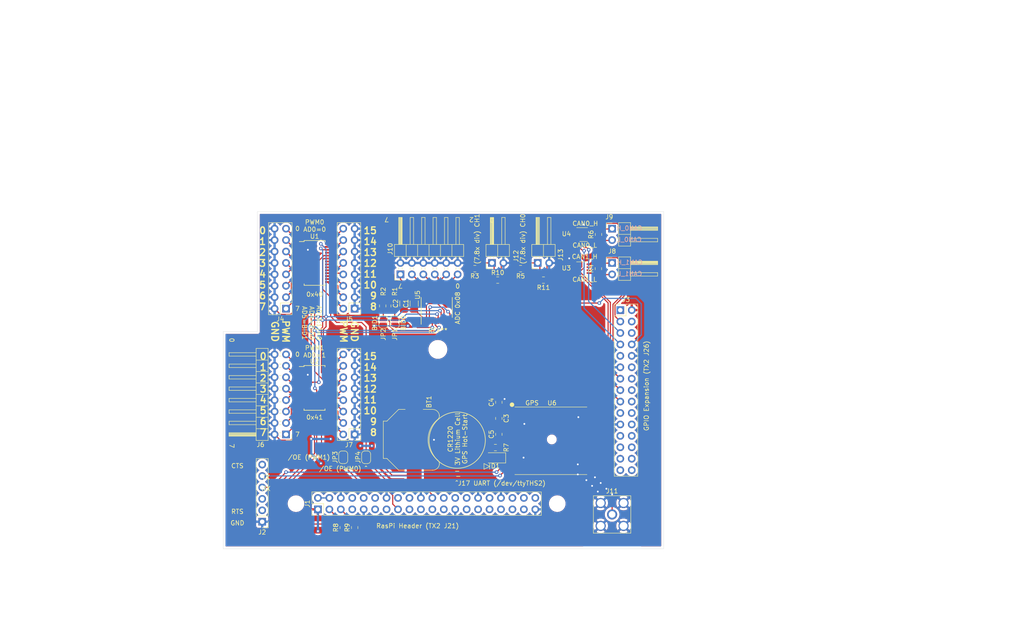
<source format=kicad_pcb>
(kicad_pcb (version 20171130) (host pcbnew "(5.1.4)-1")
  (layers (0 F.Cu signal) (31 B.Cu signal) (34 B.Paste user) (35 F.Paste user) (36 B.SilkS user) (37 F.SilkS user) (38 B.Mask user) (39 F.Mask user) (44 Edge.Cuts user))
  (net 0 "")
  (net 1 "Net-(J1-Pad7)")
  (net 2 "Net-(J1-Pad8)")
  (net 3 "Net-(J1-Pad10)")
  (net 4 "Net-(J1-Pad11)")
  (net 5 "Net-(J1-Pad12)")
  (net 6 "Net-(J1-Pad13)")
  (net 7 "Net-(J1-Pad16)")
  (net 8 "Net-(J1-Pad17)")
  (net 9 "Net-(J1-Pad18)")
  (net 10 "Net-(J1-Pad26)")
  (net 11 "Net-(J1-Pad29)")
  (net 12 "Net-(J1-Pad31)")
  (net 13 "Net-(J1-Pad32)")
  (net 14 "Net-(J1-Pad33)")
  (net 15 "Net-(J1-Pad35)")
  (net 16 "Net-(J1-Pad36)")
  (net 17 "Net-(J1-Pad37)")
  (net 18 "Net-(J1-Pad38)")
  (net 19 "Net-(J1-Pad40)")
  (net 20 "Net-(J2-Pad3)")
  (net 21 "Net-(J3-Pad4)")
  (net 22 "Net-(J3-Pad6)")
  (net 23 "Net-(J3-Pad16)")
  (net 24 "Net-(J3-Pad22)")
  (net 25 "Net-(J3-Pad23)")
  (net 26 "Net-(J3-Pad24)")
  (net 27 "Net-(J3-Pad25)")
  (net 28 "Net-(J3-Pad26)")
  (net 29 "Net-(J3-Pad27)")
  (net 30 "Net-(J3-Pad28)")
  (net 31 "Net-(J3-Pad29)")
  (net 32 "Net-(J3-Pad30)")
  (net 33 /3v3)
  (net 34 /I2C_GP0_SDA)
  (net 35 /I2C_GP0_SCL)
  (net 36 0)
  (net 37 /GPIO_EX_P17)
  (net 38 /SPI1_MOSI)
  (net 39 /SPI1_MISO)
  (net 40 /GPIO_EX_P16)
  (net 41 /SPI1_CLK)
  (net 42 /SPI1_CS)
  (net 43 /I2C_GP1_SDA)
  (net 44 /I2C_GP1_SCL)
  (net 45 /UART_RTS)
  (net 46 /UART_RX)
  (net 47 /UART_TX)
  (net 48 /UART_CTS)
  (net 49 /CAN_WAKE)
  (net 50 /CAN0_STBY)
  (net 51 /CAN0_RX)
  (net 52 /CAN0_TX)
  (net 53 /CAN0_ERR)
  (net 54 /I2C_GP2_SCL)
  (net 55 /CAN1_STBY)
  (net 56 /I2C_GP2_SDA)
  (net 57 /CAN1_RX)
  (net 58 /CAN1_TX)
  (net 59 /I2C_GP3_SCL)
  (net 60 /CAN1_ERR)
  (net 61 /I2C_GP3_SDA)
  (net 62 "Net-(U1-Pad25)")
  (net 63 /PWM0_CH0)
  (net 64 /PWM0_CH1)
  (net 65 /PWM0_CH2)
  (net 66 /PWM0_CH3)
  (net 67 /PWM0_CH4)
  (net 68 /PWM0_CH5)
  (net 69 /PWM0_CH6)
  (net 70 /PWM0_CH7)
  (net 71 /PWM0_CH15)
  (net 72 /PWM0_CH14)
  (net 73 /PWM0_CH13)
  (net 74 /PWM0_CH12)
  (net 75 /PWM0_CH11)
  (net 76 /PWM0_CH10)
  (net 77 /PWM0_CH9)
  (net 78 /PWM0_CH8)
  (net 79 /PWM1_CH0)
  (net 80 /PWM1_CH1)
  (net 81 /PWM1_CH2)
  (net 82 /PWM1_CH3)
  (net 83 /PWM1_CH4)
  (net 84 /PWM1_CH5)
  (net 85 /PWM1_CH6)
  (net 86 /PWM1_CH7)
  (net 87 /PWM1_CH15)
  (net 88 /PWM1_CH14)
  (net 89 /PWM1_CH13)
  (net 90 /PWM1_CH12)
  (net 91 /PWM1_CH11)
  (net 92 /PWM1_CH10)
  (net 93 /PWM1_CH9)
  (net 94 /PWM1_CH8)
  (net 95 /BoardID0)
  (net 96 /BoardID1)
  (net 97 "Net-(U2-Pad25)")
  (net 98 /CAN1_H)
  (net 99 /CAN1_L)
  (net 100 /CAN0_L)
  (net 101 /CAN0_H)
  (net 102 /CAN1_SHDN)
  (net 103 /CAN0_SHDN)
  (net 104 /ADC_REFCOMP)
  (net 105 /ADC_VREF)
  (net 106 /ADC0_CH7)
  (net 107 /ADC0_CH6)
  (net 108 /ADC0_CH5)
  (net 109 /ADC0_CH4)
  (net 110 /ADC0_CH3)
  (net 111 /ADC0_CH2)
  (net 112 /ADC0_CH1)
  (net 113 /ADC0_CH0)
  (net 114 "Net-(U6-Pad2)")
  (net 115 "Net-(BT1-Pad1)")
  (net 116 "Net-(D1-Pad2)")
  (net 117 "Net-(U6-Pad14)")
  (net 118 "Net-(U6-Pad13)")
  (net 119 "Net-(J11-Pad1)")
  (net 120 "Net-(R7-Pad2)")
  (net 121 /5v0)
  (net 122 "Net-(JP4-Pad2)")
  (net 123 "Net-(JP3-Pad2)")
  (net 124 "Net-(J12-Pad1)")
  (net 125 "Net-(J13-Pad1)")
  (module MountingHole:MountingHole_3.2mm_M3 (layer F.Cu) (at 131.5 115.73)
    (fp_text reference REF** (at 0 -4.2) (layer F.SilkS))
    (fp_text value MountingHole_3.2mm_M3)
    (pad "" np_thru_hole circle (at 0 0) (size 3.2 3.2) (drill 3.2) (layers *.Cu *.Mask))
  )
  (module Resistor_SMD:R_0805_2012Metric (layer F.Cu) (at 154.94 100.33 180)
    (fp_text reference R11 (at 0 -1.65) (layer F.SilkS))
    (fp_text value 10k)
    (pad 2 smd roundrect (at 0.9375 0 180) (size 0.975 1.4) (layers F.Cu F.Paste F.Mask) (net 125 "Net-(J13-Pad1)"))
    (pad 1 smd roundrect (at -0.9375 0 180) (size 0.975 1.4) (layers F.Cu F.Paste F.Mask) (net 36 0))
  )
  (module Resistor_SMD:R_0805_2012Metric (layer F.Cu) (at 144.78 100.33)
    (fp_text reference R10 (at 0 -1.65) (layer F.SilkS))
    (fp_text value 10k)
    (pad 2 smd roundrect (at 0.9375 0) (size 0.975 1.4) (layers F.Cu F.Paste F.Mask) (net 36 0))
    (pad 1 smd roundrect (at -0.9375 0) (size 0.975 1.4) (layers F.Cu F.Paste F.Mask) (net 124 "Net-(J12-Pad1)"))
  )
  (module Resistor_SMD:R_0805_2012Metric (layer F.Cu) (at 113.03 155.321 90)
    (fp_text reference R9 (at 0 -1.65 90) (layer F.SilkS))
    (fp_text value 5K)
    (pad 2 smd roundrect (at 0.9375 0 90) (size 0.975 1.4) (layers F.Cu F.Paste F.Mask) (net 35 /I2C_GP0_SCL))
    (pad 1 smd roundrect (at -0.9375 0 90) (size 0.975 1.4) (layers F.Cu F.Paste F.Mask) (net 33 /3v3))
  )
  (module Resistor_SMD:R_0805_2012Metric (layer F.Cu) (at 110.49 155.321 90)
    (fp_text reference R8 (at 0 -1.65 90) (layer F.SilkS))
    (fp_text value 5K)
    (pad 2 smd roundrect (at 0.9375 0 90) (size 0.975 1.4) (layers F.Cu F.Paste F.Mask) (net 34 /I2C_GP0_SDA))
    (pad 1 smd roundrect (at -0.9375 0 90) (size 0.975 1.4) (layers F.Cu F.Paste F.Mask) (net 33 /3v3))
  )
  (module Resistor_SMD:R_0805_2012Metric (layer F.Cu) (at 144.272 137.541)
    (fp_text reference R7 (at 2.413 0 270) (layer F.SilkS))
    (fp_text value 330)
    (pad 2 smd roundrect (at 0.9375 0) (size 0.975 1.4) (layers F.Cu F.Paste F.Mask) (net 120 "Net-(R7-Pad2)"))
    (pad 1 smd roundrect (at -0.9375 0) (size 0.975 1.4) (layers F.Cu F.Paste F.Mask) (net 116 "Net-(D1-Pad2)"))
  )
  (module Resistor_SMD:R_0805_2012Metric (layer F.Cu) (at 167.157935 90.191759 90)
    (fp_text reference R6 (at 0 -1.65 90) (layer F.SilkS))
    (fp_text value 120)
    (pad 2 smd roundrect (at 0.9375 0 90) (size 0.975 1.4) (layers F.Cu F.Paste F.Mask) (net 101 /CAN0_H))
    (pad 1 smd roundrect (at -0.9375 0 90) (size 0.975 1.4) (layers F.Cu F.Paste F.Mask) (net 100 /CAN0_L))
  )
  (module Resistor_SMD:R_0805_2012Metric (layer F.Cu) (at 149.86 97.79 180)
    (fp_text reference R5 (at 0 -1.65) (layer F.SilkS))
    (fp_text value 68k)
    (pad 2 smd roundrect (at 0.9375 0 180) (size 0.975 1.4) (layers F.Cu F.Paste F.Mask) (net 113 /ADC0_CH0))
    (pad 1 smd roundrect (at -0.9375 0 180) (size 0.975 1.4) (layers F.Cu F.Paste F.Mask) (net 125 "Net-(J13-Pad1)"))
  )
  (module Resistor_SMD:R_0805_2012Metric (layer F.Cu) (at 167.132 97.79 90)
    (fp_text reference R4 (at 0 -1.65 90) (layer F.SilkS))
    (fp_text value 120)
    (pad 2 smd roundrect (at 0.9375 0 90) (size 0.975 1.4) (layers F.Cu F.Paste F.Mask) (net 98 /CAN1_H))
    (pad 1 smd roundrect (at -0.9375 0 90) (size 0.975 1.4) (layers F.Cu F.Paste F.Mask) (net 99 /CAN1_L))
  )
  (module Resistor_SMD:R_0805_2012Metric (layer F.Cu) (at 139.7 97.79 180)
    (fp_text reference R3 (at 0 -1.65) (layer F.SilkS))
    (fp_text value 68k)
    (pad 2 smd roundrect (at 0.9375 0 180) (size 0.975 1.4) (layers F.Cu F.Paste F.Mask) (net 112 /ADC0_CH1))
    (pad 1 smd roundrect (at -0.9375 0 180) (size 0.975 1.4) (layers F.Cu F.Paste F.Mask) (net 124 "Net-(J12-Pad1)"))
  )
  (module Resistor_SMD:R_0805_2012Metric (layer F.Cu) (at 119.253 106.0704 90)
    (fp_text reference R2 (at 3.2004 0.127 90) (layer F.SilkS))
    (fp_text value 10k)
    (pad 2 smd roundrect (at 0.9375 0 90) (size 0.975 1.4) (layers F.Cu F.Paste F.Mask) (net 36 0))
    (pad 1 smd roundrect (at -0.9375 0 90) (size 0.975 1.4) (layers F.Cu F.Paste F.Mask) (net 96 /BoardID1))
  )
  (module Resistor_SMD:R_0805_2012Metric (layer F.Cu) (at 121.793 106.0704 90)
    (fp_text reference R1 (at 3.2004 0.127 90) (layer F.SilkS))
    (fp_text value 10k)
    (pad 2 smd roundrect (at 0.9375 0 90) (size 0.975 1.4) (layers F.Cu F.Paste F.Mask) (net 36 0))
    (pad 1 smd roundrect (at -0.9375 0 90) (size 0.975 1.4) (layers F.Cu F.Paste F.Mask) (net 95 /BoardID0))
  )
  (module LED_SMD:LED_1206_3216Metric (layer F.Cu) (at 144.272 139.827 180)
    (fp_text reference D1 (at 0 -1.82) (layer F.SilkS))
    (fp_text value LED)
    (pad 2 smd roundrect (at 1.4 0 180) (size 1.25 1.75) (layers F.Cu F.Paste F.Mask) (roundrect_rratio 0.2) (net 116 "Net-(D1-Pad2)"))
    (pad 1 smd roundrect (at -1.4 0 180) (size 1.25 1.75) (layers F.Cu F.Paste F.Mask) (roundrect_rratio 0.2) (net 36 0))
  )
  (module Capacitor_SMD:C_0805_2012Metric (layer F.Cu) (at 145.034 134.5945 90)
    (fp_text reference C5 (at 0 -1.65 90) (layer F.SilkS))
    (fp_text value "1 uF")
    (pad 2 smd roundrect (at 0.9375 0 90) (size 0.975 1.4) (layers F.Cu F.Paste F.Mask) (net 36 0))
    (pad 1 smd roundrect (at -0.9375 0 90) (size 0.975 1.4) (layers F.Cu F.Paste F.Mask) (net 115 "Net-(BT1-Pad1)"))
  )
  (module Capacitor_SMD:C_0805_2012Metric (layer F.Cu) (at 145.034 127.4825 90)
    (fp_text reference C4 (at 0 -1.65 90) (layer F.SilkS))
    (fp_text value "0.01 uF")
    (pad 2 smd roundrect (at 0.9375 0 90) (size 0.975 1.4) (layers F.Cu F.Paste F.Mask) (net 36 0))
    (pad 1 smd roundrect (at -0.9375 0 90) (size 0.975 1.4) (layers F.Cu F.Paste F.Mask) (net 33 /3v3))
  )
  (module Capacitor_SMD:C_0805_2012Metric (layer F.Cu) (at 145.034 131.064 270)
    (fp_text reference C3 (at 0 -1.65 90) (layer F.SilkS))
    (fp_text value "1 uF")
    (pad 2 smd roundrect (at 0.9375 0 270) (size 0.975 1.4) (layers F.Cu F.Paste F.Mask) (net 36 0))
    (pad 1 smd roundrect (at -0.9375 0 270) (size 0.975 1.4) (layers F.Cu F.Paste F.Mask) (net 33 /3v3))
  )
  (module Capacitor_SMD:C_1206_3216Metric (layer F.Cu) (at 123.952 105.537 90)
    (fp_text reference C2 (at 0 -1.82 90) (layer F.SilkS))
    (fp_text value "10 uF")
    (pad 2 smd roundrect (at 1.4 0 90) (size 1.25 1.75) (layers F.Cu F.Paste F.Mask) (roundrect_rratio 0.2) (net 36 0))
    (pad 1 smd roundrect (at -1.4 0 90) (size 1.25 1.75) (layers F.Cu F.Paste F.Mask) (roundrect_rratio 0.2) (net 104 /ADC_REFCOMP))
  )
  (module Capacitor_SMD:C_1206_3216Metric (layer F.Cu) (at 126.238 105.537 90)
    (fp_text reference C1 (at 0 -1.82 90) (layer F.SilkS))
    (fp_text value "0.1 uF")
    (pad 2 smd roundrect (at 1.4 0 90) (size 1.25 1.75) (layers F.Cu F.Paste F.Mask) (roundrect_rratio 0.2) (net 36 0))
    (pad 1 smd roundrect (at -1.4 0 90) (size 1.25 1.75) (layers F.Cu F.Paste F.Mask) (roundrect_rratio 0.2) (net 104 /ADC_REFCOMP))
  )
  (module Connector_PinHeader_2.54mm:PinHeader_2x08_P2.54mm_Vertical (layer F.Cu) (at 97.79 106.68 180)
    (fp_text reference J4 (at 1.27 -2.33) (layer F.SilkS))
    (fp_text value Conn_02x08_Odd_Even)
    (pad 16 thru_hole oval (at 2.54 17.78 180) (size 1.7 1.7) (drill 1) (layers *.Cu *.Mask) (net 36 0))
    (pad 15 thru_hole oval (at 0 17.78 180) (size 1.7 1.7) (drill 1) (layers *.Cu *.Mask) (net 63 /PWM0_CH0))
    (pad 14 thru_hole oval (at 2.54 15.24 180) (size 1.7 1.7) (drill 1) (layers *.Cu *.Mask) (net 36 0))
    (pad 13 thru_hole oval (at 0 15.24 180) (size 1.7 1.7) (drill 1) (layers *.Cu *.Mask) (net 64 /PWM0_CH1))
    (pad 12 thru_hole oval (at 2.54 12.7 180) (size 1.7 1.7) (drill 1) (layers *.Cu *.Mask) (net 36 0))
    (pad 11 thru_hole oval (at 0 12.7 180) (size 1.7 1.7) (drill 1) (layers *.Cu *.Mask) (net 65 /PWM0_CH2))
    (pad 10 thru_hole oval (at 2.54 10.16 180) (size 1.7 1.7) (drill 1) (layers *.Cu *.Mask) (net 36 0))
    (pad 9 thru_hole oval (at 0 10.16 180) (size 1.7 1.7) (drill 1) (layers *.Cu *.Mask) (net 66 /PWM0_CH3))
    (pad 8 thru_hole oval (at 2.54 7.62 180) (size 1.7 1.7) (drill 1) (layers *.Cu *.Mask) (net 36 0))
    (pad 7 thru_hole oval (at 0 7.62 180) (size 1.7 1.7) (drill 1) (layers *.Cu *.Mask) (net 67 /PWM0_CH4))
    (pad 6 thru_hole oval (at 2.54 5.08 180) (size 1.7 1.7) (drill 1) (layers *.Cu *.Mask) (net 36 0))
    (pad 5 thru_hole oval (at 0 5.08 180) (size 1.7 1.7) (drill 1) (layers *.Cu *.Mask) (net 68 /PWM0_CH5))
    (pad 4 thru_hole oval (at 2.54 2.54 180) (size 1.7 1.7) (drill 1) (layers *.Cu *.Mask) (net 36 0))
    (pad 3 thru_hole oval (at 0 2.54 180) (size 1.7 1.7) (drill 1) (layers *.Cu *.Mask) (net 69 /PWM0_CH6))
    (pad 2 thru_hole oval (at 2.54 0 180) (size 1.7 1.7) (drill 1) (layers *.Cu *.Mask) (net 36 0))
    (pad 1 thru_hole rect (at 0 0 180) (size 1.7 1.7) (drill 1) (layers *.Cu *.Mask) (net 70 /PWM0_CH7))
  )
  (module Connector_PinHeader_2.54mm:PinHeader_1x02_P2.54mm_Horizontal (layer F.Cu) (at 153.67 96.52 90)
    (fp_text reference J13 (at 1.778 5.08 270) (layer F.SilkS))
    (fp_text value Conn_01x02)
    (pad 2 thru_hole oval (at 0 2.54 90) (size 1.7 1.7) (drill 1) (layers *.Cu *.Mask) (net 36 0))
    (pad 1 thru_hole rect (at 0 0 90) (size 1.7 1.7) (drill 1) (layers *.Cu *.Mask) (net 125 "Net-(J13-Pad1)"))
  )
  (module Connector_PinHeader_2.54mm:PinHeader_1x02_P2.54mm_Horizontal (layer F.Cu) (at 143.51 96.52 90)
    (fp_text reference J12 (at 1.524 5.334 90) (layer F.SilkS))
    (fp_text value Conn_01x02)
    (pad 2 thru_hole oval (at 0 2.54 90) (size 1.7 1.7) (drill 1) (layers *.Cu *.Mask) (net 36 0))
    (pad 1 thru_hole rect (at 0 0 90) (size 1.7 1.7) (drill 1) (layers *.Cu *.Mask) (net 124 "Net-(J12-Pad1)"))
  )
  (module Connector_PinHeader_2.54mm:PinHeader_2x06_P2.54mm_Horizontal (layer F.Cu) (at 123.19 99.06 90)
    (fp_text reference J10 (at 5.655 -2.27 90) (layer F.SilkS))
    (fp_text value Conn_02x06_Odd_Even)
    (pad 12 thru_hole oval (at 2.54 12.7 90) (size 1.7 1.7) (drill 1) (layers *.Cu *.Mask) (net 36 0))
    (pad 11 thru_hole oval (at 0 12.7 90) (size 1.7 1.7) (drill 1) (layers *.Cu *.Mask) (net 111 /ADC0_CH2))
    (pad 10 thru_hole oval (at 2.54 10.16 90) (size 1.7 1.7) (drill 1) (layers *.Cu *.Mask) (net 36 0))
    (pad 9 thru_hole oval (at 0 10.16 90) (size 1.7 1.7) (drill 1) (layers *.Cu *.Mask) (net 110 /ADC0_CH3))
    (pad 8 thru_hole oval (at 2.54 7.62 90) (size 1.7 1.7) (drill 1) (layers *.Cu *.Mask) (net 36 0))
    (pad 7 thru_hole oval (at 0 7.62 90) (size 1.7 1.7) (drill 1) (layers *.Cu *.Mask) (net 109 /ADC0_CH4))
    (pad 6 thru_hole oval (at 2.54 5.08 90) (size 1.7 1.7) (drill 1) (layers *.Cu *.Mask) (net 36 0))
    (pad 5 thru_hole oval (at 0 5.08 90) (size 1.7 1.7) (drill 1) (layers *.Cu *.Mask) (net 108 /ADC0_CH5))
    (pad 4 thru_hole oval (at 2.54 2.54 90) (size 1.7 1.7) (drill 1) (layers *.Cu *.Mask) (net 36 0))
    (pad 3 thru_hole oval (at 0 2.54 90) (size 1.7 1.7) (drill 1) (layers *.Cu *.Mask) (net 107 /ADC0_CH6))
    (pad 2 thru_hole oval (at 2.54 0 90) (size 1.7 1.7) (drill 1) (layers *.Cu *.Mask) (net 36 0))
    (pad 1 thru_hole rect (at 0 0 90) (size 1.7 1.7) (drill 1) (layers *.Cu *.Mask) (net 106 /ADC0_CH7))
  )
  (module Jumper:SolderJumper-2_P1.3mm_Open_RoundedPad1.0x1.5mm (layer F.Cu) (at 110.49 139.7 90)
    (fp_text reference JP3 (at 0 -1.8 90) (layer F.SilkS))
    (fp_text value Jumper_NO_Small)
    (pad 2 smd custom (at 0.65 0 90) (size 1 0.5) (layers F.Cu F.Mask) (net 123 "Net-(JP3-Pad2)") (options (clearance outline) (anchor rect)) (primitives (gr_circle (center 0 0.25) (end 0.5 0.25) (width 0)) (gr_circle (center 0 -0.25) (end 0.5 -0.25) (width 0)) (gr_poly (pts (xy 0 -0.75) (xy -0.5 -0.75) (xy -0.5 0.75) (xy 0 0.75)) (width 0))))
    (pad 1 smd custom (at -0.65 0 90) (size 1 0.5) (layers F.Cu F.Mask) (net 37 /GPIO_EX_P17) (options (clearance outline) (anchor rect)) (primitives (gr_circle (center 0 0.25) (end 0.5 0.25) (width 0)) (gr_circle (center 0 -0.25) (end 0.5 -0.25) (width 0)) (gr_poly (pts (xy 0 -0.75) (xy 0.5 -0.75) (xy 0.5 0.75) (xy 0 0.75)) (width 0))))
  )
  (module Jumper:SolderJumper-2_P1.3mm_Open_RoundedPad1.0x1.5mm (layer F.Cu) (at 115.57 139.7 90)
    (fp_text reference JP4 (at 0 -1.8 90) (layer F.SilkS))
    (fp_text value Jumper_NO_Small)
    (pad 2 smd custom (at 0.65 0 90) (size 1 0.5) (layers F.Cu F.Mask) (net 122 "Net-(JP4-Pad2)") (options (clearance outline) (anchor rect)) (primitives (gr_circle (center 0 0.25) (end 0.5 0.25) (width 0)) (gr_circle (center 0 -0.25) (end 0.5 -0.25) (width 0)) (gr_poly (pts (xy 0 -0.75) (xy -0.5 -0.75) (xy -0.5 0.75) (xy 0 0.75)) (width 0))))
    (pad 1 smd custom (at -0.65 0 90) (size 1 0.5) (layers F.Cu F.Mask) (net 40 /GPIO_EX_P16) (options (clearance outline) (anchor rect)) (primitives (gr_circle (center 0 0.25) (end 0.5 0.25) (width 0)) (gr_circle (center 0 -0.25) (end 0.5 -0.25) (width 0)) (gr_poly (pts (xy 0 -0.75) (xy 0.5 -0.75) (xy 0.5 0.75) (xy 0 0.75)) (width 0))))
  )
  (module Jetson_Addon:FGPMMOPA6H (layer F.Cu) (at 148.59 129.286)
    (fp_text reference U6 (at 8.255 -1.651) (layer F.SilkS))
    (fp_text value FGPMMOPA6H)
    (pad "" np_thru_hole circle (at 8.2 6.45) (size 1.2 1.2) (drill 1.2) (layers *.Cu))
    (pad 20 smd rect (at 16 0) (size 2 1) (layers F.Cu F.Paste F.Mask))
    (pad 19 smd rect (at 16 1.5) (size 2 1) (layers F.Cu F.Paste F.Mask) (net 36 0))
    (pad 18 smd rect (at 16 3) (size 2 1) (layers F.Cu F.Paste F.Mask))
    (pad 17 smd rect (at 16 4.5) (size 2 1) (layers F.Cu F.Paste F.Mask))
    (pad 16 smd rect (at 16 6) (size 2 1) (layers F.Cu F.Paste F.Mask))
    (pad 15 smd rect (at 16 7.5) (size 2 1) (layers F.Cu F.Paste F.Mask))
    (pad 14 smd rect (at 16 9) (size 2 1) (layers F.Cu F.Paste F.Mask) (net 117 "Net-(U6-Pad14)"))
    (pad 13 smd rect (at 16 10.5) (size 2 1) (layers F.Cu F.Paste F.Mask) (net 118 "Net-(U6-Pad13)"))
    (pad 12 smd rect (at 16 12) (size 2 1) (layers F.Cu F.Paste F.Mask) (net 36 0))
    (pad 11 smd rect (at 16 13.5) (size 2 1) (layers F.Cu F.Paste F.Mask) (net 119 "Net-(J11-Pad1)"))
    (pad 10 smd rect (at 0 13.5) (size 2 1) (layers F.Cu F.Paste F.Mask) (net 47 /UART_TX))
    (pad 9 smd rect (at 0 12) (size 2 1) (layers F.Cu F.Paste F.Mask) (net 46 /UART_RX))
    (pad 8 smd rect (at 0 10.5) (size 2 1) (layers F.Cu F.Paste F.Mask) (net 36 0))
    (pad 7 smd rect (at 0 9) (size 2 1) (layers F.Cu F.Paste F.Mask))
    (pad 6 smd rect (at 0 7.5) (size 2 1) (layers F.Cu F.Paste F.Mask))
    (pad 5 smd rect (at 0 6) (size 2 1) (layers F.Cu F.Paste F.Mask) (net 120 "Net-(R7-Pad2)"))
    (pad 4 smd rect (at 0 4.5) (size 2 1) (layers F.Cu F.Paste F.Mask) (net 115 "Net-(BT1-Pad1)"))
    (pad 3 smd rect (at 0 3) (size 2 1) (layers F.Cu F.Paste F.Mask) (net 36 0))
    (pad 2 smd rect (at 0 1.5) (size 2 1) (layers F.Cu F.Paste F.Mask) (net 114 "Net-(U6-Pad2)"))
    (pad 1 smd rect (at 0 0) (size 2 1) (layers F.Cu F.Paste F.Mask) (net 33 /3v3))
  )
  (module Connector_PinHeader_2.54mm:PinHeader_1x02_P2.54mm_Horizontal (layer F.Cu) (at 170.18 88.9)
    (fp_text reference J9 (at -0.635 -2.5908) (layer F.SilkS))
    (fp_text value Conn_01x02)
    (pad 2 thru_hole oval (at 0 2.54) (size 1.7 1.7) (drill 1) (layers *.Cu *.Mask) (net 100 /CAN0_L))
    (pad 1 thru_hole rect (at 0 0) (size 1.7 1.7) (drill 1) (layers *.Cu *.Mask) (net 101 /CAN0_H))
  )
  (module Package_TO_SOT_SMD:TSOT-23-8 (layer F.Cu) (at 163.83 97.79)
    (fp_text reference U3 (at -3.81 -0.127) (layer F.SilkS))
    (fp_text value TCAN334G)
    (pad 8 smd rect (at 1.31 -0.97) (size 1.22 0.4) (layers F.Cu F.Paste F.Mask) (net 55 /CAN1_STBY))
    (pad 7 smd rect (at 1.31 -0.33) (size 1.22 0.4) (layers F.Cu F.Paste F.Mask) (net 98 /CAN1_H))
    (pad 6 smd rect (at 1.31 0.33) (size 1.22 0.4) (layers F.Cu F.Paste F.Mask) (net 99 /CAN1_L))
    (pad 5 smd rect (at 1.31 0.97) (size 1.22 0.4) (layers F.Cu F.Paste F.Mask) (net 102 /CAN1_SHDN))
    (pad 4 smd rect (at -1.31 0.97) (size 1.22 0.4) (layers F.Cu F.Paste F.Mask) (net 57 /CAN1_RX))
    (pad 3 smd rect (at -1.31 0.33) (size 1.22 0.4) (layers F.Cu F.Paste F.Mask) (net 33 /3v3))
    (pad 2 smd rect (at -1.31 -0.33) (size 1.22 0.4) (layers F.Cu F.Paste F.Mask) (net 36 0))
    (pad 1 smd rect (at -1.31 -0.97) (size 1.22 0.4) (layers F.Cu F.Paste F.Mask) (net 58 /CAN1_TX))
  )
  (module Connector_Coaxial:SMA_Amphenol_132203-12_Horizontal (layer F.Cu) (at 170.18 152.4 270)
    (fp_text reference J11 (at -5.2 0) (layer F.SilkS))
    (fp_text value Conn_Coaxial)
    (pad 1 thru_hole circle (at 0 0 270) (size 2.25 2.25) (drill 1.5) (layers *.Cu *.Mask) (net 119 "Net-(J11-Pad1)"))
    (pad 2 thru_hole circle (at 2.54 2.54) (size 2.25 2.25) (drill 1.7) (layers *.Cu *.Mask) (net 36 0))
    (pad 2 thru_hole circle (at 2.54 -2.54 270) (size 2.25 2.25) (drill 1.7) (layers *.Cu *.Mask) (net 36 0))
    (pad 2 thru_hole circle (at -2.54 -2.54 270) (size 2.25 2.25) (drill 1.7) (layers *.Cu *.Mask) (net 36 0))
    (pad 2 thru_hole circle (at -2.54 2.54 270) (size 2.25 2.25) (drill 1.7) (layers *.Cu *.Mask) (net 36 0))
  )
  (module Battery:BatteryHolder_Keystone_3000_1x12mm (layer F.Cu) (at 126.238 135.8144 90)
    (fp_text reference BT1 (at 8.4334 3.302 90) (layer F.SilkS))
    (fp_text value Battery_Cell)
    (pad 2 smd rect (at 0 0 90) (size 4 4) (layers F.Cu F.Paste F.Mask) (net 36 0))
    (pad 1 smd rect (at 7.9 0 90) (size 3.5 3.3) (layers F.Cu F.Paste F.Mask) (net 115 "Net-(BT1-Pad1)"))
    (pad 1 smd rect (at -7.9 0 90) (size 3.5 3.3) (layers F.Cu F.Paste F.Mask) (net 115 "Net-(BT1-Pad1)"))
  )
  (module Connector_PinHeader_2.54mm:PinHeader_1x02_P2.54mm_Horizontal (layer F.Cu) (at 170.18 96.52)
    (fp_text reference J8 (at 0 -2.5908) (layer F.SilkS))
    (fp_text value Conn_01x02)
    (pad 2 thru_hole oval (at 0 2.54) (size 1.7 1.7) (drill 1) (layers *.Cu *.Mask) (net 99 /CAN1_L))
    (pad 1 thru_hole rect (at 0 0) (size 1.7 1.7) (drill 1) (layers *.Cu *.Mask) (net 98 /CAN1_H))
  )
  (module Package_SO:TSSOP-20_4.4x6.5mm_P0.65mm (layer F.Cu) (at 131.2418 106.4006 90)
    (fp_text reference U5 (at 2.7686 -4.2418 90) (layer F.SilkS))
    (fp_text value LTC2309_TSSOP)
    (pad 20 smd rect (at 2.95 -2.925 90) (size 1.45 0.45) (layers F.Cu F.Paste F.Mask) (net 105 /ADC_VREF))
    (pad 19 smd rect (at 2.95 -2.275 90) (size 1.45 0.45) (layers F.Cu F.Paste F.Mask) (net 36 0))
    (pad 18 smd rect (at 2.95 -1.625 90) (size 1.45 0.45) (layers F.Cu F.Paste F.Mask) (net 106 /ADC0_CH7))
    (pad 17 smd rect (at 2.95 -0.975 90) (size 1.45 0.45) (layers F.Cu F.Paste F.Mask) (net 107 /ADC0_CH6))
    (pad 16 smd rect (at 2.95 -0.325 90) (size 1.45 0.45) (layers F.Cu F.Paste F.Mask) (net 108 /ADC0_CH5))
    (pad 15 smd rect (at 2.95 0.325 90) (size 1.45 0.45) (layers F.Cu F.Paste F.Mask) (net 109 /ADC0_CH4))
    (pad 14 smd rect (at 2.95 0.975 90) (size 1.45 0.45) (layers F.Cu F.Paste F.Mask) (net 110 /ADC0_CH3))
    (pad 13 smd rect (at 2.95 1.625 90) (size 1.45 0.45) (layers F.Cu F.Paste F.Mask) (net 111 /ADC0_CH2))
    (pad 12 smd rect (at 2.95 2.275 90) (size 1.45 0.45) (layers F.Cu F.Paste F.Mask) (net 112 /ADC0_CH1))
    (pad 11 smd rect (at 2.95 2.925 90) (size 1.45 0.45) (layers F.Cu F.Paste F.Mask) (net 113 /ADC0_CH0))
    (pad 10 smd rect (at -2.95 2.925 90) (size 1.45 0.45) (layers F.Cu F.Paste F.Mask) (net 121 /5v0))
    (pad 9 smd rect (at -2.95 2.275 90) (size 1.45 0.45) (layers F.Cu F.Paste F.Mask) (net 36 0))
    (pad 8 smd rect (at -2.95 1.625 90) (size 1.45 0.45) (layers F.Cu F.Paste F.Mask) (net 36 0))
    (pad 7 smd rect (at -2.95 0.975 90) (size 1.45 0.45) (layers F.Cu F.Paste F.Mask) (net 34 /I2C_GP0_SDA))
    (pad 6 smd rect (at -2.95 0.325 90) (size 1.45 0.45) (layers F.Cu F.Paste F.Mask) (net 35 /I2C_GP0_SCL))
    (pad 5 smd rect (at -2.95 -0.325 90) (size 1.45 0.45) (layers F.Cu F.Paste F.Mask) (net 96 /BoardID1))
    (pad 4 smd rect (at -2.95 -0.975 90) (size 1.45 0.45) (layers F.Cu F.Paste F.Mask) (net 95 /BoardID0))
    (pad 3 smd rect (at -2.95 -1.625 90) (size 1.45 0.45) (layers F.Cu F.Paste F.Mask) (net 121 /5v0))
    (pad 2 smd rect (at -2.95 -2.275 90) (size 1.45 0.45) (layers F.Cu F.Paste F.Mask) (net 36 0))
    (pad 1 smd rect (at -2.95 -2.925 90) (size 1.45 0.45) (layers F.Cu F.Paste F.Mask) (net 104 /ADC_REFCOMP))
  )
  (module Package_TO_SOT_SMD:TSOT-23-8 (layer F.Cu) (at 163.855935 90.191759)
    (fp_text reference U4 (at -3.81 -0.127) (layer F.SilkS))
    (fp_text value TCAN334G)
    (pad 8 smd rect (at 1.31 -0.97) (size 1.22 0.4) (layers F.Cu F.Paste F.Mask) (net 50 /CAN0_STBY))
    (pad 7 smd rect (at 1.31 -0.33) (size 1.22 0.4) (layers F.Cu F.Paste F.Mask) (net 101 /CAN0_H))
    (pad 6 smd rect (at 1.31 0.33) (size 1.22 0.4) (layers F.Cu F.Paste F.Mask) (net 100 /CAN0_L))
    (pad 5 smd rect (at 1.31 0.97) (size 1.22 0.4) (layers F.Cu F.Paste F.Mask) (net 103 /CAN0_SHDN))
    (pad 4 smd rect (at -1.31 0.97) (size 1.22 0.4) (layers F.Cu F.Paste F.Mask) (net 51 /CAN0_RX))
    (pad 3 smd rect (at -1.31 0.33) (size 1.22 0.4) (layers F.Cu F.Paste F.Mask) (net 33 /3v3))
    (pad 2 smd rect (at -1.31 -0.33) (size 1.22 0.4) (layers F.Cu F.Paste F.Mask) (net 36 0))
    (pad 1 smd rect (at -1.31 -0.97) (size 1.22 0.4) (layers F.Cu F.Paste F.Mask) (net 52 /CAN0_TX))
  )
  (module Connector_PinHeader_2.54mm:PinHeader_2x08_P2.54mm_Horizontal (layer F.Cu) (at 97.79 134.62 180)
    (fp_text reference J6 (at 5.655 -2.27) (layer F.SilkS))
    (fp_text value Conn_02x08_Odd_Even)
    (pad 16 thru_hole oval (at 2.54 17.78 180) (size 1.7 1.7) (drill 1) (layers *.Cu *.Mask) (net 36 0))
    (pad 15 thru_hole oval (at 0 17.78 180) (size 1.7 1.7) (drill 1) (layers *.Cu *.Mask) (net 79 /PWM1_CH0))
    (pad 14 thru_hole oval (at 2.54 15.24 180) (size 1.7 1.7) (drill 1) (layers *.Cu *.Mask) (net 36 0))
    (pad 13 thru_hole oval (at 0 15.24 180) (size 1.7 1.7) (drill 1) (layers *.Cu *.Mask) (net 80 /PWM1_CH1))
    (pad 12 thru_hole oval (at 2.54 12.7 180) (size 1.7 1.7) (drill 1) (layers *.Cu *.Mask) (net 36 0))
    (pad 11 thru_hole oval (at 0 12.7 180) (size 1.7 1.7) (drill 1) (layers *.Cu *.Mask) (net 81 /PWM1_CH2))
    (pad 10 thru_hole oval (at 2.54 10.16 180) (size 1.7 1.7) (drill 1) (layers *.Cu *.Mask) (net 36 0))
    (pad 9 thru_hole oval (at 0 10.16 180) (size 1.7 1.7) (drill 1) (layers *.Cu *.Mask) (net 82 /PWM1_CH3))
    (pad 8 thru_hole oval (at 2.54 7.62 180) (size 1.7 1.7) (drill 1) (layers *.Cu *.Mask) (net 36 0))
    (pad 7 thru_hole oval (at 0 7.62 180) (size 1.7 1.7) (drill 1) (layers *.Cu *.Mask) (net 83 /PWM1_CH4))
    (pad 6 thru_hole oval (at 2.54 5.08 180) (size 1.7 1.7) (drill 1) (layers *.Cu *.Mask) (net 36 0))
    (pad 5 thru_hole oval (at 0 5.08 180) (size 1.7 1.7) (drill 1) (layers *.Cu *.Mask) (net 84 /PWM1_CH5))
    (pad 4 thru_hole oval (at 2.54 2.54 180) (size 1.7 1.7) (drill 1) (layers *.Cu *.Mask) (net 36 0))
    (pad 3 thru_hole oval (at 0 2.54 180) (size 1.7 1.7) (drill 1) (layers *.Cu *.Mask) (net 85 /PWM1_CH6))
    (pad 2 thru_hole oval (at 2.54 0 180) (size 1.7 1.7) (drill 1) (layers *.Cu *.Mask) (net 36 0))
    (pad 1 thru_hole rect (at 0 0 180) (size 1.7 1.7) (drill 1) (layers *.Cu *.Mask) (net 86 /PWM1_CH7))
  )
  (module Connector_PinHeader_2.54mm:PinHeader_2x08_P2.54mm_Vertical (layer F.Cu) (at 113.03 134.62 180)
    (fp_text reference J7 (at 1.27 -2.33) (layer F.SilkS))
    (fp_text value Conn_02x08_Odd_Even)
    (pad 16 thru_hole oval (at 2.54 17.78 180) (size 1.7 1.7) (drill 1) (layers *.Cu *.Mask) (net 87 /PWM1_CH15))
    (pad 15 thru_hole oval (at 0 17.78 180) (size 1.7 1.7) (drill 1) (layers *.Cu *.Mask) (net 36 0))
    (pad 14 thru_hole oval (at 2.54 15.24 180) (size 1.7 1.7) (drill 1) (layers *.Cu *.Mask) (net 88 /PWM1_CH14))
    (pad 13 thru_hole oval (at 0 15.24 180) (size 1.7 1.7) (drill 1) (layers *.Cu *.Mask) (net 36 0))
    (pad 12 thru_hole oval (at 2.54 12.7 180) (size 1.7 1.7) (drill 1) (layers *.Cu *.Mask) (net 89 /PWM1_CH13))
    (pad 11 thru_hole oval (at 0 12.7 180) (size 1.7 1.7) (drill 1) (layers *.Cu *.Mask) (net 36 0))
    (pad 10 thru_hole oval (at 2.54 10.16 180) (size 1.7 1.7) (drill 1) (layers *.Cu *.Mask) (net 90 /PWM1_CH12))
    (pad 9 thru_hole oval (at 0 10.16 180) (size 1.7 1.7) (drill 1) (layers *.Cu *.Mask) (net 36 0))
    (pad 8 thru_hole oval (at 2.54 7.62 180) (size 1.7 1.7) (drill 1) (layers *.Cu *.Mask) (net 91 /PWM1_CH11))
    (pad 7 thru_hole oval (at 0 7.62 180) (size 1.7 1.7) (drill 1) (layers *.Cu *.Mask) (net 36 0))
    (pad 6 thru_hole oval (at 2.54 5.08 180) (size 1.7 1.7) (drill 1) (layers *.Cu *.Mask) (net 92 /PWM1_CH10))
    (pad 5 thru_hole oval (at 0 5.08 180) (size 1.7 1.7) (drill 1) (layers *.Cu *.Mask) (net 36 0))
    (pad 4 thru_hole oval (at 2.54 2.54 180) (size 1.7 1.7) (drill 1) (layers *.Cu *.Mask) (net 93 /PWM1_CH9))
    (pad 3 thru_hole oval (at 0 2.54 180) (size 1.7 1.7) (drill 1) (layers *.Cu *.Mask) (net 36 0))
    (pad 2 thru_hole oval (at 2.54 0 180) (size 1.7 1.7) (drill 1) (layers *.Cu *.Mask) (net 94 /PWM1_CH8))
    (pad 1 thru_hole rect (at 0 0 180) (size 1.7 1.7) (drill 1) (layers *.Cu *.Mask) (net 36 0))
  )
  (module Connector_PinHeader_2.54mm:PinHeader_2x08_P2.54mm_Vertical (layer F.Cu) (at 113.03 106.68 180)
    (fp_text reference J5 (at 1.27 -2.33) (layer F.SilkS))
    (fp_text value Conn_02x08_Odd_Even)
    (pad 16 thru_hole oval (at 2.54 17.78 180) (size 1.7 1.7) (drill 1) (layers *.Cu *.Mask) (net 71 /PWM0_CH15))
    (pad 15 thru_hole oval (at 0 17.78 180) (size 1.7 1.7) (drill 1) (layers *.Cu *.Mask) (net 36 0))
    (pad 14 thru_hole oval (at 2.54 15.24 180) (size 1.7 1.7) (drill 1) (layers *.Cu *.Mask) (net 72 /PWM0_CH14))
    (pad 13 thru_hole oval (at 0 15.24 180) (size 1.7 1.7) (drill 1) (layers *.Cu *.Mask) (net 36 0))
    (pad 12 thru_hole oval (at 2.54 12.7 180) (size 1.7 1.7) (drill 1) (layers *.Cu *.Mask) (net 73 /PWM0_CH13))
    (pad 11 thru_hole oval (at 0 12.7 180) (size 1.7 1.7) (drill 1) (layers *.Cu *.Mask) (net 36 0))
    (pad 10 thru_hole oval (at 2.54 10.16 180) (size 1.7 1.7) (drill 1) (layers *.Cu *.Mask) (net 74 /PWM0_CH12))
    (pad 9 thru_hole oval (at 0 10.16 180) (size 1.7 1.7) (drill 1) (layers *.Cu *.Mask) (net 36 0))
    (pad 8 thru_hole oval (at 2.54 7.62 180) (size 1.7 1.7) (drill 1) (layers *.Cu *.Mask) (net 75 /PWM0_CH11))
    (pad 7 thru_hole oval (at 0 7.62 180) (size 1.7 1.7) (drill 1) (layers *.Cu *.Mask) (net 36 0))
    (pad 6 thru_hole oval (at 2.54 5.08 180) (size 1.7 1.7) (drill 1) (layers *.Cu *.Mask) (net 76 /PWM0_CH10))
    (pad 5 thru_hole oval (at 0 5.08 180) (size 1.7 1.7) (drill 1) (layers *.Cu *.Mask) (net 36 0))
    (pad 4 thru_hole oval (at 2.54 2.54 180) (size 1.7 1.7) (drill 1) (layers *.Cu *.Mask) (net 77 /PWM0_CH9))
    (pad 3 thru_hole oval (at 0 2.54 180) (size 1.7 1.7) (drill 1) (layers *.Cu *.Mask) (net 36 0))
    (pad 2 thru_hole oval (at 2.54 0 180) (size 1.7 1.7) (drill 1) (layers *.Cu *.Mask) (net 78 /PWM0_CH8))
    (pad 1 thru_hole rect (at 0 0 180) (size 1.7 1.7) (drill 1) (layers *.Cu *.Mask) (net 36 0))
  )
  (module MountingHole:MountingHole_2.7mm_M2.5 (layer F.Cu) (at 158 150)
    (fp_text reference REF** hide)
    (fp_text value MountingHole_2.7mm_M2.5)
    (pad 1 np_thru_hole circle (at 0 0) (size 2.7 2.7) (drill 2.7) (layers *.Cu *.Mask))
  )
  (module MountingHole:MountingHole_2.7mm_M2.5 (layer F.Cu) (at 100 150)
    (fp_text reference REF** hide)
    (fp_text value MountingHole_2.7mm_M2.5)
    (pad 1 np_thru_hole circle (at 0 0) (size 2.7 2.7) (drill 2.7) (layers *.Cu *.Mask))
  )
  (module Connector_PinHeader_2.54mm:PinHeader_2x20_P2.54mm_Vertical (layer F.Cu) (at 104.87 151.27 90)
    (fp_text reference J1 (at 1.27 -2.33 90) (layer F.SilkS))
    (fp_text value Conn_02x20_Odd_Even)
    (pad 1 thru_hole rect (at 0 0 90) (size 1.7 1.7) (drill 1) (layers *.Cu *.Mask) (net 33 /3v3))
    (pad 2 thru_hole oval (at 2.54 0 90) (size 1.7 1.7) (drill 1) (layers *.Cu *.Mask) (net 121 /5v0))
    (pad 3 thru_hole oval (at 0 2.54 90) (size 1.7 1.7) (drill 1) (layers *.Cu *.Mask) (net 34 /I2C_GP0_SDA))
    (pad 4 thru_hole oval (at 2.54 2.54 90) (size 1.7 1.7) (drill 1) (layers *.Cu *.Mask) (net 121 /5v0))
    (pad 5 thru_hole oval (at 0 5.08 90) (size 1.7 1.7) (drill 1) (layers *.Cu *.Mask) (net 35 /I2C_GP0_SCL))
    (pad 6 thru_hole oval (at 2.54 5.08 90) (size 1.7 1.7) (drill 1) (layers *.Cu *.Mask) (net 36 0))
    (pad 7 thru_hole oval (at 0 7.62 90) (size 1.7 1.7) (drill 1) (layers *.Cu *.Mask) (net 1 "Net-(J1-Pad7)"))
    (pad 8 thru_hole oval (at 2.54 7.62 90) (size 1.7 1.7) (drill 1) (layers *.Cu *.Mask) (net 2 "Net-(J1-Pad8)"))
    (pad 9 thru_hole oval (at 0 10.16 90) (size 1.7 1.7) (drill 1) (layers *.Cu *.Mask) (net 36 0))
    (pad 10 thru_hole oval (at 2.54 10.16 90) (size 1.7 1.7) (drill 1) (layers *.Cu *.Mask) (net 3 "Net-(J1-Pad10)"))
    (pad 11 thru_hole oval (at 0 12.7 90) (size 1.7 1.7) (drill 1) (layers *.Cu *.Mask) (net 4 "Net-(J1-Pad11)"))
    (pad 12 thru_hole oval (at 2.54 12.7 90) (size 1.7 1.7) (drill 1) (layers *.Cu *.Mask) (net 5 "Net-(J1-Pad12)"))
    (pad 13 thru_hole oval (at 0 15.24 90) (size 1.7 1.7) (drill 1) (layers *.Cu *.Mask) (net 6 "Net-(J1-Pad13)"))
    (pad 14 thru_hole oval (at 2.54 15.24 90) (size 1.7 1.7) (drill 1) (layers *.Cu *.Mask) (net 36 0))
    (pad 15 thru_hole oval (at 0 17.78 90) (size 1.7 1.7) (drill 1) (layers *.Cu *.Mask) (net 37 /GPIO_EX_P17))
    (pad 16 thru_hole oval (at 2.54 17.78 90) (size 1.7 1.7) (drill 1) (layers *.Cu *.Mask) (net 7 "Net-(J1-Pad16)"))
    (pad 17 thru_hole oval (at 0 20.32 90) (size 1.7 1.7) (drill 1) (layers *.Cu *.Mask) (net 8 "Net-(J1-Pad17)"))
    (pad 18 thru_hole oval (at 2.54 20.32 90) (size 1.7 1.7) (drill 1) (layers *.Cu *.Mask) (net 9 "Net-(J1-Pad18)"))
    (pad 19 thru_hole oval (at 0 22.86 90) (size 1.7 1.7) (drill 1) (layers *.Cu *.Mask) (net 38 /SPI1_MOSI))
    (pad 20 thru_hole oval (at 2.54 22.86 90) (size 1.7 1.7) (drill 1) (layers *.Cu *.Mask) (net 36 0))
    (pad 21 thru_hole oval (at 0 25.4 90) (size 1.7 1.7) (drill 1) (layers *.Cu *.Mask) (net 39 /SPI1_MISO))
    (pad 22 thru_hole oval (at 2.54 25.4 90) (size 1.7 1.7) (drill 1) (layers *.Cu *.Mask) (net 40 /GPIO_EX_P16))
    (pad 23 thru_hole oval (at 0 27.94 90) (size 1.7 1.7) (drill 1) (layers *.Cu *.Mask) (net 41 /SPI1_CLK))
    (pad 24 thru_hole oval (at 2.54 27.94 90) (size 1.7 1.7) (drill 1) (layers *.Cu *.Mask) (net 42 /SPI1_CS))
    (pad 25 thru_hole oval (at 0 30.48 90) (size 1.7 1.7) (drill 1) (layers *.Cu *.Mask) (net 36 0))
    (pad 26 thru_hole oval (at 2.54 30.48 90) (size 1.7 1.7) (drill 1) (layers *.Cu *.Mask) (net 10 "Net-(J1-Pad26)"))
    (pad 27 thru_hole oval (at 0 33.02 90) (size 1.7 1.7) (drill 1) (layers *.Cu *.Mask) (net 43 /I2C_GP1_SDA))
    (pad 28 thru_hole oval (at 2.54 33.02 90) (size 1.7 1.7) (drill 1) (layers *.Cu *.Mask) (net 44 /I2C_GP1_SCL))
    (pad 29 thru_hole oval (at 0 35.56 90) (size 1.7 1.7) (drill 1) (layers *.Cu *.Mask) (net 11 "Net-(J1-Pad29)"))
    (pad 30 thru_hole oval (at 2.54 35.56 90) (size 1.7 1.7) (drill 1) (layers *.Cu *.Mask) (net 36 0))
    (pad 31 thru_hole oval (at 0 38.1 90) (size 1.7 1.7) (drill 1) (layers *.Cu *.Mask) (net 12 "Net-(J1-Pad31)"))
    (pad 32 thru_hole oval (at 2.54 38.1 90) (size 1.7 1.7) (drill 1) (layers *.Cu *.Mask) (net 13 "Net-(J1-Pad32)"))
    (pad 33 thru_hole oval (at 0 40.64 90) (size 1.7 1.7) (drill 1) (layers *.Cu *.Mask) (net 14 "Net-(J1-Pad33)"))
    (pad 34 thru_hole oval (at 2.54 40.64 90) (size 1.7 1.7) (drill 1) (layers *.Cu *.Mask) (net 36 0))
    (pad 35 thru_hole oval (at 0 43.18 90) (size 1.7 1.7) (drill 1) (layers *.Cu *.Mask) (net 15 "Net-(J1-Pad35)"))
    (pad 36 thru_hole oval (at 2.54 43.18 90) (size 1.7 1.7) (drill 1) (layers *.Cu *.Mask) (net 16 "Net-(J1-Pad36)"))
    (pad 37 thru_hole oval (at 0 45.72 90) (size 1.7 1.7) (drill 1) (layers *.Cu *.Mask) (net 17 "Net-(J1-Pad37)"))
    (pad 38 thru_hole oval (at 2.54 45.72 90) (size 1.7 1.7) (drill 1) (layers *.Cu *.Mask) (net 18 "Net-(J1-Pad38)"))
    (pad 39 thru_hole oval (at 0 48.26 90) (size 1.7 1.7) (drill 1) (layers *.Cu *.Mask) (net 36 0))
    (pad 40 thru_hole oval (at 2.54 48.26 90) (size 1.7 1.7) (drill 1) (layers *.Cu *.Mask) (net 19 "Net-(J1-Pad40)"))
  )
  (module Connector_PinHeader_2.54mm:PinHeader_1x06_P2.54mm_Vertical (layer F.Cu) (at 92.5 154.02 180)
    (fp_text reference J2 (at 0 -2.33) (layer F.SilkS))
    (fp_text value Conn_01x06)
    (pad 1 thru_hole rect (at 0 0 180) (size 1.7 1.7) (drill 1) (layers *.Cu *.Mask) (net 36 0))
    (pad 2 thru_hole oval (at 0 2.54 180) (size 1.7 1.7) (drill 1) (layers *.Cu *.Mask) (net 45 /UART_RTS))
    (pad 3 thru_hole oval (at 0 5.08 180) (size 1.7 1.7) (drill 1) (layers *.Cu *.Mask) (net 20 "Net-(J2-Pad3)"))
    (pad 4 thru_hole oval (at 0 7.62 180) (size 1.7 1.7) (drill 1) (layers *.Cu *.Mask) (net 46 /UART_RX))
    (pad 5 thru_hole oval (at 0 10.16 180) (size 1.7 1.7) (drill 1) (layers *.Cu *.Mask) (net 47 /UART_TX))
    (pad 6 thru_hole oval (at 0 12.7 180) (size 1.7 1.7) (drill 1) (layers *.Cu *.Mask) (net 48 /UART_CTS))
  )
  (module Connector_PinHeader_2.54mm:PinHeader_2x15_P2.54mm_Vertical (layer F.Cu) (at 172 107)
    (fp_text reference J3 (at 1.27 -2.33) (layer F.SilkS))
    (fp_text value Conn_02x15_Odd_Even)
    (pad 1 thru_hole rect (at 0 0) (size 1.7 1.7) (drill 1) (layers *.Cu *.Mask) (net 49 /CAN_WAKE))
    (pad 2 thru_hole oval (at 2.54 0) (size 1.7 1.7) (drill 1) (layers *.Cu *.Mask) (net 33 /3v3))
    (pad 3 thru_hole oval (at 0 2.54) (size 1.7 1.7) (drill 1) (layers *.Cu *.Mask) (net 50 /CAN0_STBY))
    (pad 4 thru_hole oval (at 2.54 2.54) (size 1.7 1.7) (drill 1) (layers *.Cu *.Mask) (net 21 "Net-(J3-Pad4)"))
    (pad 5 thru_hole oval (at 0 5.08) (size 1.7 1.7) (drill 1) (layers *.Cu *.Mask) (net 51 /CAN0_RX))
    (pad 6 thru_hole oval (at 2.54 5.08) (size 1.7 1.7) (drill 1) (layers *.Cu *.Mask) (net 22 "Net-(J3-Pad6)"))
    (pad 7 thru_hole oval (at 0 7.62) (size 1.7 1.7) (drill 1) (layers *.Cu *.Mask) (net 52 /CAN0_TX))
    (pad 8 thru_hole oval (at 2.54 7.62) (size 1.7 1.7) (drill 1) (layers *.Cu *.Mask) (net 121 /5v0))
    (pad 9 thru_hole oval (at 0 10.16) (size 1.7 1.7) (drill 1) (layers *.Cu *.Mask) (net 53 /CAN0_ERR))
    (pad 10 thru_hole oval (at 2.54 10.16) (size 1.7 1.7) (drill 1) (layers *.Cu *.Mask) (net 36 0))
    (pad 11 thru_hole oval (at 0 12.7) (size 1.7 1.7) (drill 1) (layers *.Cu *.Mask) (net 36 0))
    (pad 12 thru_hole oval (at 2.54 12.7) (size 1.7 1.7) (drill 1) (layers *.Cu *.Mask) (net 54 /I2C_GP2_SCL))
    (pad 13 thru_hole oval (at 0 15.24) (size 1.7 1.7) (drill 1) (layers *.Cu *.Mask) (net 55 /CAN1_STBY))
    (pad 14 thru_hole oval (at 2.54 15.24) (size 1.7 1.7) (drill 1) (layers *.Cu *.Mask) (net 56 /I2C_GP2_SDA))
    (pad 15 thru_hole oval (at 0 17.78) (size 1.7 1.7) (drill 1) (layers *.Cu *.Mask) (net 57 /CAN1_RX))
    (pad 16 thru_hole oval (at 2.54 17.78) (size 1.7 1.7) (drill 1) (layers *.Cu *.Mask) (net 23 "Net-(J3-Pad16)"))
    (pad 17 thru_hole oval (at 0 20.32) (size 1.7 1.7) (drill 1) (layers *.Cu *.Mask) (net 58 /CAN1_TX))
    (pad 18 thru_hole oval (at 2.54 20.32) (size 1.7 1.7) (drill 1) (layers *.Cu *.Mask) (net 59 /I2C_GP3_SCL))
    (pad 19 thru_hole oval (at 0 22.86) (size 1.7 1.7) (drill 1) (layers *.Cu *.Mask) (net 60 /CAN1_ERR))
    (pad 20 thru_hole oval (at 2.54 22.86) (size 1.7 1.7) (drill 1) (layers *.Cu *.Mask) (net 61 /I2C_GP3_SDA))
    (pad 21 thru_hole oval (at 0 25.4) (size 1.7 1.7) (drill 1) (layers *.Cu *.Mask) (net 36 0))
    (pad 22 thru_hole oval (at 2.54 25.4) (size 1.7 1.7) (drill 1) (layers *.Cu *.Mask) (net 24 "Net-(J3-Pad22)"))
    (pad 23 thru_hole oval (at 0 27.94) (size 1.7 1.7) (drill 1) (layers *.Cu *.Mask) (net 25 "Net-(J3-Pad23)"))
    (pad 24 thru_hole oval (at 2.54 27.94) (size 1.7 1.7) (drill 1) (layers *.Cu *.Mask) (net 26 "Net-(J3-Pad24)"))
    (pad 25 thru_hole oval (at 0 30.48) (size 1.7 1.7) (drill 1) (layers *.Cu *.Mask) (net 27 "Net-(J3-Pad25)"))
    (pad 26 thru_hole oval (at 2.54 30.48) (size 1.7 1.7) (drill 1) (layers *.Cu *.Mask) (net 28 "Net-(J3-Pad26)"))
    (pad 27 thru_hole oval (at 0 33.02) (size 1.7 1.7) (drill 1) (layers *.Cu *.Mask) (net 29 "Net-(J3-Pad27)"))
    (pad 28 thru_hole oval (at 2.54 33.02) (size 1.7 1.7) (drill 1) (layers *.Cu *.Mask) (net 30 "Net-(J3-Pad28)"))
    (pad 29 thru_hole oval (at 0 35.56) (size 1.7 1.7) (drill 1) (layers *.Cu *.Mask) (net 31 "Net-(J3-Pad29)"))
    (pad 30 thru_hole oval (at 2.54 35.56) (size 1.7 1.7) (drill 1) (layers *.Cu *.Mask) (net 32 "Net-(J3-Pad30)"))
  )
  (module Jumper:SolderJumper-2_P1.3mm_Open_RoundedPad1.0x1.5mm (layer F.Cu) (at 121.92 109.6264 90)
    (fp_text reference JP1 (at -2.7686 0 90) (layer F.SilkS))
    (fp_text value Jumper_NO_Small)
    (pad 1 smd custom (at -0.65 0 90) (size 1 0.5) (layers F.Cu F.Mask) (net 33 /3v3) (options (clearance outline) (anchor rect)) (primitives (gr_circle (center 0 0.25) (end 0.5 0.25) (width 0)) (gr_circle (center 0 -0.25) (end 0.5 -0.25) (width 0)) (gr_poly (pts (xy 0 -0.75) (xy 0.5 -0.75) (xy 0.5 0.75) (xy 0 0.75)) (width 0))))
    (pad 2 smd custom (at 0.65 0 90) (size 1 0.5) (layers F.Cu F.Mask) (net 95 /BoardID0) (options (clearance outline) (anchor rect)) (primitives (gr_circle (center 0 0.25) (end 0.5 0.25) (width 0)) (gr_circle (center 0 -0.25) (end 0.5 -0.25) (width 0)) (gr_poly (pts (xy 0 -0.75) (xy -0.5 -0.75) (xy -0.5 0.75) (xy 0 0.75)) (width 0))))
  )
  (module Package_SO:TSSOP-28_4.4x9.7mm_P0.65mm (layer F.Cu) (at 104.14 96.52)
    (fp_text reference U1 (at 0 -5.9) (layer F.SilkS))
    (fp_text value PCA9685PW)
    (pad 1 smd rect (at -2.85 -4.225) (size 1.1 0.4) (layers F.Cu F.Paste F.Mask) (net 36 0))
    (pad 2 smd rect (at -2.85 -3.575) (size 1.1 0.4) (layers F.Cu F.Paste F.Mask) (net 36 0))
    (pad 3 smd rect (at -2.85 -2.925) (size 1.1 0.4) (layers F.Cu F.Paste F.Mask) (net 36 0))
    (pad 4 smd rect (at -2.85 -2.275) (size 1.1 0.4) (layers F.Cu F.Paste F.Mask) (net 36 0))
    (pad 5 smd rect (at -2.85 -1.625) (size 1.1 0.4) (layers F.Cu F.Paste F.Mask) (net 95 /BoardID0))
    (pad 6 smd rect (at -2.85 -0.975) (size 1.1 0.4) (layers F.Cu F.Paste F.Mask) (net 63 /PWM0_CH0))
    (pad 7 smd rect (at -2.85 -0.325) (size 1.1 0.4) (layers F.Cu F.Paste F.Mask) (net 64 /PWM0_CH1))
    (pad 8 smd rect (at -2.85 0.325) (size 1.1 0.4) (layers F.Cu F.Paste F.Mask) (net 65 /PWM0_CH2))
    (pad 9 smd rect (at -2.85 0.975) (size 1.1 0.4) (layers F.Cu F.Paste F.Mask) (net 66 /PWM0_CH3))
    (pad 10 smd rect (at -2.85 1.625) (size 1.1 0.4) (layers F.Cu F.Paste F.Mask) (net 67 /PWM0_CH4))
    (pad 11 smd rect (at -2.85 2.275) (size 1.1 0.4) (layers F.Cu F.Paste F.Mask) (net 68 /PWM0_CH5))
    (pad 12 smd rect (at -2.85 2.925) (size 1.1 0.4) (layers F.Cu F.Paste F.Mask) (net 69 /PWM0_CH6))
    (pad 13 smd rect (at -2.85 3.575) (size 1.1 0.4) (layers F.Cu F.Paste F.Mask) (net 70 /PWM0_CH7))
    (pad 14 smd rect (at -2.85 4.225) (size 1.1 0.4) (layers F.Cu F.Paste F.Mask) (net 36 0))
    (pad 15 smd rect (at 2.85 4.225) (size 1.1 0.4) (layers F.Cu F.Paste F.Mask) (net 78 /PWM0_CH8))
    (pad 16 smd rect (at 2.85 3.575) (size 1.1 0.4) (layers F.Cu F.Paste F.Mask) (net 77 /PWM0_CH9))
    (pad 17 smd rect (at 2.85 2.925) (size 1.1 0.4) (layers F.Cu F.Paste F.Mask) (net 76 /PWM0_CH10))
    (pad 18 smd rect (at 2.85 2.275) (size 1.1 0.4) (layers F.Cu F.Paste F.Mask) (net 75 /PWM0_CH11))
    (pad 19 smd rect (at 2.85 1.625) (size 1.1 0.4) (layers F.Cu F.Paste F.Mask) (net 74 /PWM0_CH12))
    (pad 20 smd rect (at 2.85 0.975) (size 1.1 0.4) (layers F.Cu F.Paste F.Mask) (net 73 /PWM0_CH13))
    (pad 21 smd rect (at 2.85 0.325) (size 1.1 0.4) (layers F.Cu F.Paste F.Mask) (net 72 /PWM0_CH14))
    (pad 22 smd rect (at 2.85 -0.325) (size 1.1 0.4) (layers F.Cu F.Paste F.Mask) (net 71 /PWM0_CH15))
    (pad 23 smd rect (at 2.85 -0.975) (size 1.1 0.4) (layers F.Cu F.Paste F.Mask) (net 122 "Net-(JP4-Pad2)"))
    (pad 24 smd rect (at 2.85 -1.625) (size 1.1 0.4) (layers F.Cu F.Paste F.Mask) (net 96 /BoardID1))
    (pad 25 smd rect (at 2.85 -2.275) (size 1.1 0.4) (layers F.Cu F.Paste F.Mask) (net 62 "Net-(U1-Pad25)"))
    (pad 26 smd rect (at 2.85 -2.925) (size 1.1 0.4) (layers F.Cu F.Paste F.Mask) (net 35 /I2C_GP0_SCL))
    (pad 27 smd rect (at 2.85 -3.575) (size 1.1 0.4) (layers F.Cu F.Paste F.Mask) (net 34 /I2C_GP0_SDA))
    (pad 28 smd rect (at 2.85 -4.225) (size 1.1 0.4) (layers F.Cu F.Paste F.Mask) (net 33 /3v3))
  )
  (module Jumper:SolderJumper-2_P1.3mm_Open_RoundedPad1.0x1.5mm (layer F.Cu) (at 119.38 109.6264 90)
    (fp_text reference JP2 (at -2.7686 0 90) (layer F.SilkS))
    (fp_text value Jumper_NO_Small)
    (pad 1 smd custom (at -0.65 0 90) (size 1 0.5) (layers F.Cu F.Mask) (net 33 /3v3) (options (clearance outline) (anchor rect)) (primitives (gr_circle (center 0 0.25) (end 0.5 0.25) (width 0)) (gr_circle (center 0 -0.25) (end 0.5 -0.25) (width 0)) (gr_poly (pts (xy 0 -0.75) (xy 0.5 -0.75) (xy 0.5 0.75) (xy 0 0.75)) (width 0))))
    (pad 2 smd custom (at 0.65 0 90) (size 1 0.5) (layers F.Cu F.Mask) (net 96 /BoardID1) (options (clearance outline) (anchor rect)) (primitives (gr_circle (center 0 0.25) (end 0.5 0.25) (width 0)) (gr_circle (center 0 -0.25) (end 0.5 -0.25) (width 0)) (gr_poly (pts (xy 0 -0.75) (xy -0.5 -0.75) (xy -0.5 0.75) (xy 0 0.75)) (width 0))))
  )
  (module Package_SO:TSSOP-28_4.4x9.7mm_P0.65mm (layer F.Cu) (at 104.1146 124.2822)
    (fp_text reference U2 (at 0 -5.9) (layer F.SilkS))
    (fp_text value PCA9685PW)
    (pad 1 smd rect (at -2.85 -4.225) (size 1.1 0.4) (layers F.Cu F.Paste F.Mask) (net 33 /3v3))
    (pad 2 smd rect (at -2.85 -3.575) (size 1.1 0.4) (layers F.Cu F.Paste F.Mask) (net 36 0))
    (pad 3 smd rect (at -2.85 -2.925) (size 1.1 0.4) (layers F.Cu F.Paste F.Mask) (net 36 0))
    (pad 4 smd rect (at -2.85 -2.275) (size 1.1 0.4) (layers F.Cu F.Paste F.Mask) (net 36 0))
    (pad 5 smd rect (at -2.85 -1.625) (size 1.1 0.4) (layers F.Cu F.Paste F.Mask) (net 95 /BoardID0))
    (pad 6 smd rect (at -2.85 -0.975) (size 1.1 0.4) (layers F.Cu F.Paste F.Mask) (net 79 /PWM1_CH0))
    (pad 7 smd rect (at -2.85 -0.325) (size 1.1 0.4) (layers F.Cu F.Paste F.Mask) (net 80 /PWM1_CH1))
    (pad 8 smd rect (at -2.85 0.325) (size 1.1 0.4) (layers F.Cu F.Paste F.Mask) (net 81 /PWM1_CH2))
    (pad 9 smd rect (at -2.85 0.975) (size 1.1 0.4) (layers F.Cu F.Paste F.Mask) (net 82 /PWM1_CH3))
    (pad 10 smd rect (at -2.85 1.625) (size 1.1 0.4) (layers F.Cu F.Paste F.Mask) (net 83 /PWM1_CH4))
    (pad 11 smd rect (at -2.85 2.275) (size 1.1 0.4) (layers F.Cu F.Paste F.Mask) (net 84 /PWM1_CH5))
    (pad 12 smd rect (at -2.85 2.925) (size 1.1 0.4) (layers F.Cu F.Paste F.Mask) (net 85 /PWM1_CH6))
    (pad 13 smd rect (at -2.85 3.575) (size 1.1 0.4) (layers F.Cu F.Paste F.Mask) (net 86 /PWM1_CH7))
    (pad 14 smd rect (at -2.85 4.225) (size 1.1 0.4) (layers F.Cu F.Paste F.Mask) (net 36 0))
    (pad 15 smd rect (at 2.85 4.225) (size 1.1 0.4) (layers F.Cu F.Paste F.Mask) (net 94 /PWM1_CH8))
    (pad 16 smd rect (at 2.85 3.575) (size 1.1 0.4) (layers F.Cu F.Paste F.Mask) (net 93 /PWM1_CH9))
    (pad 17 smd rect (at 2.85 2.925) (size 1.1 0.4) (layers F.Cu F.Paste F.Mask) (net 92 /PWM1_CH10))
    (pad 18 smd rect (at 2.85 2.275) (size 1.1 0.4) (layers F.Cu F.Paste F.Mask) (net 91 /PWM1_CH11))
    (pad 19 smd rect (at 2.85 1.625) (size 1.1 0.4) (layers F.Cu F.Paste F.Mask) (net 90 /PWM1_CH12))
    (pad 20 smd rect (at 2.85 0.975) (size 1.1 0.4) (layers F.Cu F.Paste F.Mask) (net 89 /PWM1_CH13))
    (pad 21 smd rect (at 2.85 0.325) (size 1.1 0.4) (layers F.Cu F.Paste F.Mask) (net 88 /PWM1_CH14))
    (pad 22 smd rect (at 2.85 -0.325) (size 1.1 0.4) (layers F.Cu F.Paste F.Mask) (net 87 /PWM1_CH15))
    (pad 23 smd rect (at 2.85 -0.975) (size 1.1 0.4) (layers F.Cu F.Paste F.Mask) (net 123 "Net-(JP3-Pad2)"))
    (pad 24 smd rect (at 2.85 -1.625) (size 1.1 0.4) (layers F.Cu F.Paste F.Mask) (net 96 /BoardID1))
    (pad 25 smd rect (at 2.85 -2.275) (size 1.1 0.4) (layers F.Cu F.Paste F.Mask) (net 97 "Net-(U2-Pad25)"))
    (pad 26 smd rect (at 2.85 -2.925) (size 1.1 0.4) (layers F.Cu F.Paste F.Mask) (net 35 /I2C_GP0_SCL))
    (pad 27 smd rect (at 2.85 -3.575) (size 1.1 0.4) (layers F.Cu F.Paste F.Mask) (net 34 /I2C_GP0_SDA))
    (pad 28 smd rect (at 2.85 -4.225) (size 1.1 0.4) (layers F.Cu F.Paste F.Mask) (net 33 /3v3))
  )
  (gr_line (start 91.44 111.76) (end 91.44 85.09) (layer Edge.Cuts) (width 0.05))
  (gr_line (start 83.82 111.76) (end 91.44 111.76) (layer Edge.Cuts) (width 0.05))
  (gr_text "(7.8x div) CH0" (at 150.368 91.186 90) (layer F.SilkS) (effects (font (size 1 1))))
  (gr_text "(7.8x div) CH1" (at 140.208 91.186 90) (layer F.SilkS) (effects (font (size 1 1))))
  (gr_text 2 (at 138.938 86.868 180) (layer F.SilkS) (effects (font (size 1 1))))
  (gr_text "/OE (PWM0) ^" (at 110.49 142.24) (layer F.SilkS) (effects (font (size 1 1))))
  (gr_text "/OE (PWM1)" (at 102.87 139.7) (layer F.SilkS) (effects (font (size 1 1))))
  (gr_text CAN0_L (at 174.015935 91.334759) (layer B.SilkS) (effects (font (size 1 1)) (justify mirror)))
  (gr_text CAN0_H (at 174.015935 88.794759) (layer B.SilkS) (effects (font (size 1 1)) (justify mirror)))
  (gr_text CAN1_L (at 174.117 98.933) (layer B.SilkS) (effects (font (size 1 1)) (justify mirror)))
  (gr_text CAN1_H (at 174.117 96.393) (layer B.SilkS) (effects (font (size 1 1)) (justify mirror)))
  (gr_text GPS (at 152.4 127.635) (layer F.SilkS) (effects (font (size 1 1))))
  (gr_text "_\n-\n^J17 UART (/dev/ttyTHS2)" (at 135.3058 143.8656) (layer F.SilkS) (effects (font (size 1 1)) (justify left)))
  (gr_line (start 143.002 141.097) (end 143.002 142.367) (layer F.SilkS) (width 0.12))
  (gr_line (start 143.002 141.732) (end 141.732 141.097) (layer F.SilkS) (width 0.12))
  (gr_line (start 141.732 142.367) (end 143.002 141.732) (layer F.SilkS) (width 0.12))
  (gr_line (start 141.732 141.097) (end 141.732 142.367) (layer F.SilkS) (width 0.12))
  (gr_text 0x08 (at 135.89 104.775 90) (layer F.SilkS) (effects (font (size 1 1))))
  (gr_text ADC (at 135.89 108.712 90) (layer F.SilkS) (effects (font (size 1 1))))
  (gr_text BID1 (at 117.475 109.855 90) (layer F.SilkS) (effects (font (size 1 1))))
  (gr_text BID0 (at 123.825 109.855 90) (layer F.SilkS) (effects (font (size 1 1))))
  (gr_text "GPIO Expansion (TX2 J26)" (at 177.8 123.825 90) (layer F.SilkS) (effects (font (size 1 1))))
  (gr_text "RasPi Header (TX2 J21)" (at 127 154.94) (layer F.SilkS) (effects (font (size 1 1))))
  (gr_text GND (at 86.995 154.305) (layer F.SilkS) (effects (font (size 1 1))))
  (gr_text RTS (at 86.995 151.765) (layer F.SilkS) (effects (font (size 1 1))))
  (gr_text CTS (at 86.995 141.605) (layer F.SilkS) (effects (font (size 1 1))))
  (gr_text TX (at 93.345 144.145) (layer F.SilkS) (effects (font (size 1 1))))
  (gr_text RX (at 93.345 146.685) (layer F.SilkS) (effects (font (size 1 1))))
  (gr_text 7 (at 85.725 137.16 270) (layer F.SilkS) (effects (font (size 1 1))))
  (gr_text 0 (at 85.725 113.665 270) (layer F.SilkS) (effects (font (size 1 1))))
  (gr_text CAN1_H (at 164.084 95.123) (layer F.SilkS) (effects (font (size 1 1))))
  (gr_text CAN0_L (at 164.109935 92.604759) (layer F.SilkS) (effects (font (size 1 1))))
  (gr_text CAN1_L (at 164.084 100.203) (layer F.SilkS) (effects (font (size 1 1))))
  (gr_text CAN0_H (at 164.211 87.757) (layer F.SilkS) (effects (font (size 1 1))))
  (gr_text 7 (at 120.142 86.868 180) (layer F.SilkS) (effects (font (size 1 1))))
  (gr_text 0 (at 143.51 86.995 180) (layer F.SilkS) (effects (font (size 1 1))))
  (gr_text 7 (at 123.19 101.6 180) (layer F.SilkS) (effects (font (size 1 1))))
  (gr_text 0x41 (at 104.14 130.81) (layer F.SilkS) (effects (font (size 1 1))))
  (gr_text 0x40 (at 104.14 103.505) (layer F.SilkS) (effects (font (size 1 1))))
  (gr_text "AD[3:1]=0\nAD4=BID0\nAD5=BID1" (at 103.505 109.855 270) (layer F.SilkS) (effects (font (size 1 1))))
  (gr_text "PWM1\nAD0=1" (at 104.14 116.205) (layer F.SilkS) (effects (font (size 1 1))))
  (gr_text "PWM0\nAD0=0" (at 104.14 88.265) (layer F.SilkS) (effects (font (size 1 1))))
  (gr_circle (center 135.786 135.89) (end 142.036 135.89) (layer F.SilkS) (width 0.15))
  (gr_text "CR1220\n3V Lithium Cell\nGPS Hot-Start" (at 135.89 135.636 90) (layer F.SilkS) (effects (font (size 1 1))))
  (gr_text 0 (at 135.89 101.6 180) (layer F.SilkS) (effects (font (size 1 1))))
  (gr_text 7 (at 100.33 134.62) (layer F.SilkS) (effects (font (size 1 1))))
  (gr_text 0 (at 100.33 116.84) (layer F.SilkS) (effects (font (size 1 1))))
  (gr_text 0 (at 100.33 88.9) (layer F.SilkS) (effects (font (size 1 1))))
  (gr_text 7 (at 100.33 106.68) (layer F.SilkS) (effects (font (size 1 1))))
  (gr_text "0\n1\n2\n3\n4\n5\n6\n7" (at 92.71 125.73) (layer F.SilkS) (effects (font (size 1.5 1.5) (thickness 0.3))))
  (gr_text "15\n14\n13\n12\n11\n10\n9\n8" (at 118.11 125.73) (layer F.SilkS) (effects (font (size 1.5 1.5) (thickness 0.3)) (justify right)))
  (gr_text "PWM\nGND" (at 96.52 111.76 270) (layer F.SilkS) (effects (font (size 1.5 1.5) (thickness 0.3))))
  (gr_text "0\n1\n2\n3\n4\n5\n6\n7" (at 93.4974 97.79) (layer F.SilkS) (effects (font (size 1.5 1.5) (thickness 0.3)) (justify right)))
  (gr_text "GND\nPWM" (at 111.76 111.76 270) (layer F.SilkS) (effects (font (size 1.5 1.5) (thickness 0.3))))
  (gr_text "15\n14\n13\n12\n11\n10\n9\n8" (at 118.11 97.79) (layer F.SilkS) (effects (font (size 1.5 1.5) (thickness 0.3)) (justify right)))
  (gr_line (start 181.61 85.09) (end 91.44 85.09) (layer Edge.Cuts) (width 0.05))
  (gr_line (start 181.61 160.02) (end 181.61 85.09) (layer Edge.Cuts) (width 0.05))
  (gr_line (start 83.82 160.02) (end 181.61 160.02) (layer Edge.Cuts) (width 0.05))
  (gr_line (start 83.82 111.76) (end 83.82 160.02) (layer Edge.Cuts) (width 0.05))
  (via (at 165.735 146.05) (size 0.8) (drill 0.4) (layers F.Cu B.Cu) (net 36))
  (via (at 103.378 135.636) (size 0.8) (drill 0.4) (layers F.Cu B.Cu) (net 33))
  (via (at 107.696 135.636) (size 0.8) (drill 0.4) (layers F.Cu B.Cu) (net 33))
  (segment (start 103.378 135.636) (end 107.696 135.636) (width 0.5) (layer B.Cu) (net 33))
  (via (at 114.3 137.16) (size 0.8) (drill 0.4) (layers F.Cu B.Cu) (net 33))
  (segment (start 114.3 137.16) (end 116.84 137.16) (width 0.5) (layer B.Cu) (net 33))
  (via (at 116.84 137.16) (size 0.8) (drill 0.4) (layers F.Cu B.Cu) (net 33))
  (segment (start 145.034 128.27) (end 145.034 130.2765) (width 0.25) (layer F.Cu) (net 33))
  (via (at 117.348 110.49) (size 0.8) (drill 0.4) (layers F.Cu B.Cu) (net 33))
  (via (at 124.841 110.490002) (size 0.8) (drill 0.4) (layers F.Cu B.Cu) (net 33))
  (segment (start 121.92 110.2764) (end 124.627398 110.2764) (width 0.25) (layer F.Cu) (net 33))
  (segment (start 124.627398 110.2764) (end 124.841 110.490002) (width 0.25) (layer F.Cu) (net 33))
  (segment (start 117.348 110.49) (end 124.840998 110.49) (width 0.25) (layer B.Cu) (net 33))
  (segment (start 124.840998 110.49) (end 124.841 110.490002) (width 0.25) (layer B.Cu) (net 33))
  (via (at 105.537 141.0462) (size 0.8) (drill 0.4) (layers F.Cu B.Cu) (net 33))
  (segment (start 103.378 135.636) (end 103.378 138.8872) (width 0.5) (layer B.Cu) (net 33))
  (segment (start 103.378 138.8872) (end 105.537 141.0462) (width 0.5) (layer B.Cu) (net 33))
  (via (at 104.8766 156.1084) (size 0.8) (drill 0.4) (layers F.Cu B.Cu) (net 33))
  (segment (start 163.957 90.805) (end 163.957 91.948) (width 0.25) (layer F.Cu) (net 33))
  (segment (start 162.545935 90.521759) (end 163.673759 90.521759) (width 0.25) (layer F.Cu) (net 33))
  (segment (start 163.673759 90.521759) (end 163.957 90.805) (width 0.25) (layer F.Cu) (net 33))
  (segment (start 162.687 94.742) (end 161.417 94.742) (width 0.25) (layer F.Cu) (net 33))
  (segment (start 163.957 96.012) (end 162.687 94.742) (width 0.25) (layer F.Cu) (net 33))
  (segment (start 163.957 97.543) (end 163.957 96.012) (width 0.25) (layer F.Cu) (net 33))
  (segment (start 162.52 98.12) (end 163.38 98.12) (width 0.25) (layer F.Cu) (net 33))
  (segment (start 163.38 98.12) (end 163.957 97.543) (width 0.25) (layer F.Cu) (net 33))
  (segment (start 104.87 156.1018) (end 104.8766 156.1084) (width 0.5) (layer B.Cu) (net 33))
  (segment (start 104.87 151.27) (end 104.87 156.1018) (width 0.5) (layer B.Cu) (net 33))
  (via (at 105.5116 92.2782) (size 0.8) (drill 0.4) (layers F.Cu B.Cu) (net 34))
  (segment (start 106.99 92.945) (end 106.1784 92.945) (width 0.25) (layer F.Cu) (net 34))
  (segment (start 106.1784 92.945) (end 105.5116 92.2782) (width 0.25) (layer F.Cu) (net 34))
  (via (at 131.959997 107.130203) (size 0.8) (drill 0.4) (layers F.Cu B.Cu) (net 34))
  (segment (start 132.2168 109.3506) (end 132.2168 107.387006) (width 0.25) (layer F.Cu) (net 34))
  (segment (start 132.2168 107.387006) (end 131.959997 107.130203) (width 0.25) (layer F.Cu) (net 34))
  (segment (start 105.5116 92.2782) (end 106.68 93.4466) (width 0.25) (layer B.Cu) (net 34))
  (segment (start 107.245685 108.458) (end 106.68 108.458) (width 0.25) (layer B.Cu) (net 34))
  (via (at 106.68 108.458) (size 0.8) (drill 0.4) (layers F.Cu B.Cu) (net 34))
  (segment (start 106.68 93.4466) (end 106.68 107.892315) (width 0.25) (layer B.Cu) (net 34))
  (segment (start 131.959997 107.130203) (end 123.755797 107.130203) (width 0.25) (layer B.Cu) (net 34))
  (segment (start 122.428 108.458) (end 107.245685 108.458) (width 0.25) (layer B.Cu) (net 34))
  (segment (start 123.755797 107.130203) (end 122.428 108.458) (width 0.25) (layer B.Cu) (net 34))
  (segment (start 106.68 107.892315) (end 106.68 108.458) (width 0.25) (layer B.Cu) (net 34))
  (segment (start 106.9646 120.7072) (end 106.1646 120.7072) (width 0.25) (layer F.Cu) (net 34))
  (segment (start 106.1646 120.7072) (end 106.089599 120.632199) (width 0.25) (layer F.Cu) (net 34))
  (segment (start 106.089599 120.632199) (end 106.089599 119.597199) (width 0.25) (layer F.Cu) (net 34))
  (segment (start 106.0896 111.265814) (end 106.089599 120.632199) (width 0.25) (layer F.Cu) (net 34))
  (segment (start 106.68 108.458) (end 106.68 110.675414) (width 0.25) (layer F.Cu) (net 34))
  (segment (start 106.68 110.675414) (end 106.0896 111.265814) (width 0.25) (layer F.Cu) (net 34))
  (via (at 104.902 108.458) (size 0.8) (drill 0.4) (layers F.Cu B.Cu) (net 34))
  (segment (start 104.902 108.458) (end 106.68 108.458) (width 0.25) (layer F.Cu) (net 34))
  (segment (start 101.9048 109.4486) (end 101.9048 112.4204) (width 0.25) (layer B.Cu) (net 34))
  (segment (start 104.190804 123.792715) (end 104.190804 124.3584) (width 0.25) (layer B.Cu) (net 34))
  (segment (start 104.902 108.458) (end 102.8954 108.458) (width 0.25) (layer B.Cu) (net 34))
  (via (at 104.190804 124.3584) (size 0.8) (drill 0.4) (layers F.Cu B.Cu) (net 34))
  (segment (start 104.190804 114.706404) (end 104.190804 123.792715) (width 0.25) (layer B.Cu) (net 34))
  (segment (start 101.9048 112.4204) (end 104.190804 114.706404) (width 0.25) (layer B.Cu) (net 34))
  (segment (start 102.8954 108.458) (end 101.9048 109.4486) (width 0.25) (layer B.Cu) (net 34))
  (segment (start 100.0759 154.5335) (end 96.266 150.7236) (width 0.25) (layer F.Cu) (net 34))
  (segment (start 110.49 154.5335) (end 100.0759 154.5335) (width 0.25) (layer F.Cu) (net 34))
  (segment (start 110.49 154.305) (end 110.49 154.5335) (width 0.25) (layer F.Cu) (net 34))
  (segment (start 107.41 151.3035) (end 107.41 151.27) (width 0.25) (layer F.Cu) (net 34))
  (segment (start 110.49 154.3835) (end 107.41 151.3035) (width 0.25) (layer F.Cu) (net 34))
  (segment (start 104.590803 124.758399) (end 104.190804 124.3584) (width 0.25) (layer F.Cu) (net 34))
  (segment (start 104.590803 139.350797) (end 104.590803 124.758399) (width 0.25) (layer F.Cu) (net 34))
  (segment (start 96.266 150.7236) (end 96.266 147.6756) (width 0.25) (layer F.Cu) (net 34))
  (segment (start 96.266 147.6756) (end 104.590803 139.350797) (width 0.25) (layer F.Cu) (net 34))
  (via (at 105.498949 93.290854) (size 0.8) (drill 0.4) (layers F.Cu B.Cu) (net 35))
  (segment (start 106.99 93.595) (end 105.803095 93.595) (width 0.25) (layer F.Cu) (net 35))
  (segment (start 105.803095 93.595) (end 105.498949 93.290854) (width 0.25) (layer F.Cu) (net 35))
  (via (at 131.306493 107.887128) (size 0.8) (drill 0.4) (layers F.Cu B.Cu) (net 35))
  (segment (start 131.5668 109.3506) (end 131.5668 108.147435) (width 0.25) (layer F.Cu) (net 35))
  (segment (start 131.5668 108.147435) (end 131.306493 107.887128) (width 0.25) (layer F.Cu) (net 35))
  (segment (start 131.267765 107.8484) (end 131.306493 107.887128) (width 0.25) (layer B.Cu) (net 35))
  (segment (start 105.498949 93.290854) (end 105.918003 93.709908) (width 0.25) (layer B.Cu) (net 35))
  (segment (start 105.918003 93.709908) (end 105.918003 108.654325) (width 0.25) (layer B.Cu) (net 35))
  (via (at 105.918003 109.22001) (size 0.8) (drill 0.4) (layers F.Cu B.Cu) (net 35))
  (segment (start 105.918003 108.654325) (end 105.918003 109.22001) (width 0.25) (layer B.Cu) (net 35))
  (segment (start 105.918 109.220013) (end 105.918003 109.22001) (width 0.25) (layer F.Cu) (net 35))
  (segment (start 105.918 110.801004) (end 105.918 109.220013) (width 0.25) (layer F.Cu) (net 35))
  (segment (start 105.63959 111.079414) (end 105.918 110.801004) (width 0.25) (layer F.Cu) (net 35))
  (segment (start 105.63959 120.83219) (end 105.63959 111.079414) (width 0.25) (layer F.Cu) (net 35))
  (segment (start 106.9646 121.3572) (end 106.1646 121.3572) (width 0.25) (layer F.Cu) (net 35))
  (segment (start 106.1646 121.3572) (end 105.63959 120.83219) (width 0.25) (layer F.Cu) (net 35))
  (segment (start 106.483688 109.22001) (end 105.918003 109.22001) (width 0.25) (layer B.Cu) (net 35))
  (segment (start 123.18999 109.22001) (end 106.483688 109.22001) (width 0.25) (layer B.Cu) (net 35))
  (segment (start 124.522872 107.887128) (end 123.18999 109.22001) (width 0.25) (layer B.Cu) (net 35))
  (segment (start 131.306493 107.887128) (end 124.522872 107.887128) (width 0.25) (layer B.Cu) (net 35))
  (via (at 105.0798 123.0122) (size 0.8) (drill 0.4) (layers F.Cu B.Cu) (net 35))
  (segment (start 105.352318 109.22001) (end 105.918003 109.22001) (width 0.25) (layer B.Cu) (net 35))
  (segment (start 103.828988 109.22001) (end 105.352318 109.22001) (width 0.25) (layer B.Cu) (net 35))
  (segment (start 102.616 110.432998) (end 103.828988 109.22001) (width 0.25) (layer B.Cu) (net 35))
  (segment (start 102.616 111.5314) (end 102.616 110.432998) (width 0.25) (layer B.Cu) (net 35))
  (segment (start 105.0798 123.0122) (end 105.0798 113.9952) (width 0.25) (layer B.Cu) (net 35))
  (segment (start 105.0798 113.9952) (end 102.616 111.5314) (width 0.25) (layer B.Cu) (net 35))
  (segment (start 113.03 154.5335) (end 114.3 155.8035) (width 0.25) (layer F.Cu) (net 35))
  (segment (start 114.3 155.8035) (end 114.3 156.6672) (width 0.25) (layer F.Cu) (net 35))
  (segment (start 114.3 156.6672) (end 113.6904 157.2768) (width 0.25) (layer F.Cu) (net 35))
  (segment (start 102.18279 157.2768) (end 95.1738 150.26781) (width 0.25) (layer F.Cu) (net 35))
  (segment (start 113.6904 157.2768) (end 102.18279 157.2768) (width 0.25) (layer F.Cu) (net 35))
  (segment (start 109.95 151.3035) (end 109.95 151.27) (width 0.25) (layer F.Cu) (net 35))
  (segment (start 113.03 154.3835) (end 109.95 151.3035) (width 0.25) (layer F.Cu) (net 35))
  (segment (start 103.651198 123.0122) (end 105.0798 123.0122) (width 0.25) (layer F.Cu) (net 35))
  (segment (start 95.1738 147.8026) (end 104.103001 138.873399) (width 0.25) (layer F.Cu) (net 35))
  (segment (start 95.1738 150.26781) (end 95.1738 147.8026) (width 0.25) (layer F.Cu) (net 35))
  (segment (start 104.103001 138.873399) (end 104.103001 126.105603) (width 0.25) (layer F.Cu) (net 35))
  (segment (start 104.103001 126.105603) (end 102.997 124.999602) (width 0.25) (layer F.Cu) (net 35))
  (segment (start 102.997 124.999602) (end 102.997 123.666398) (width 0.25) (layer F.Cu) (net 35))
  (segment (start 102.997 123.666398) (end 103.651198 123.0122) (width 0.25) (layer F.Cu) (net 35))
  (segment (start 101.2646 122.0072) (end 101.2646 121.3572) (width 0.25) (layer F.Cu) (net 36))
  (segment (start 101.2646 121.3572) (end 101.2646 120.7072) (width 0.25) (layer F.Cu) (net 36))
  (segment (start 101.29 92.295) (end 101.29 92.945) (width 0.25) (layer F.Cu) (net 36))
  (segment (start 101.29 92.945) (end 101.29 93.595) (width 0.25) (layer F.Cu) (net 36))
  (segment (start 101.29 93.595) (end 101.29 94.245) (width 0.25) (layer F.Cu) (net 36))
  (via (at 102.6414 93.599) (size 0.8) (drill 0.4) (layers F.Cu B.Cu) (net 36))
  (segment (start 101.29 93.595) (end 102.6374 93.595) (width 0.25) (layer F.Cu) (net 36))
  (segment (start 102.6374 93.595) (end 102.6414 93.599) (width 0.25) (layer F.Cu) (net 36))
  (via (at 102.616 121.3612) (size 0.8) (drill 0.4) (layers F.Cu B.Cu) (net 36))
  (segment (start 101.2646 121.3572) (end 102.612 121.3572) (width 0.25) (layer F.Cu) (net 36))
  (segment (start 102.612 121.3572) (end 102.616 121.3612) (width 0.25) (layer F.Cu) (net 36))
  (segment (start 132.8668 109.3506) (end 133.5168 109.3506) (width 0.25) (layer F.Cu) (net 36))
  (segment (start 128.9668 108.3756) (end 128.9668 109.3506) (width 0.25) (layer F.Cu) (net 36))
  (via (at 128.9668 105.5514) (size 0.8) (drill 0.4) (layers F.Cu B.Cu) (net 36))
  (segment (start 131.4065 105.5514) (end 129.532485 105.5514) (width 0.25) (layer F.Cu) (net 36))
  (segment (start 129.532485 105.5514) (end 128.9668 105.5514) (width 0.25) (layer F.Cu) (net 36))
  (segment (start 132.8668 107.0117) (end 131.4065 105.5514) (width 0.25) (layer F.Cu) (net 36))
  (segment (start 132.8668 109.3506) (end 132.8668 107.0117) (width 0.25) (layer F.Cu) (net 36))
  (segment (start 128.9668 103.4506) (end 128.9668 105.5514) (width 0.25) (layer F.Cu) (net 36))
  (segment (start 128.9668 109.3506) (end 128.9668 105.5514) (width 0.25) (layer F.Cu) (net 36))
  (via (at 150.5204 139.7762) (size 0.8) (drill 0.4) (layers F.Cu B.Cu) (net 36))
  (segment (start 148.59 139.786) (end 150.5106 139.786) (width 0.25) (layer F.Cu) (net 36))
  (segment (start 150.5106 139.786) (end 150.5204 139.7762) (width 0.25) (layer F.Cu) (net 36))
  (via (at 150.6982 132.2832) (size 0.8) (drill 0.4) (layers F.Cu B.Cu) (net 36))
  (segment (start 148.59 132.286) (end 150.6954 132.286) (width 0.25) (layer F.Cu) (net 36))
  (segment (start 150.6954 132.286) (end 150.6982 132.2832) (width 0.25) (layer F.Cu) (net 36))
  (via (at 162.687 130.7846) (size 0.8) (drill 0.4) (layers F.Cu B.Cu) (net 36))
  (segment (start 164.59 130.786) (end 162.6884 130.786) (width 0.25) (layer F.Cu) (net 36))
  (segment (start 162.6884 130.786) (end 162.687 130.7846) (width 0.25) (layer F.Cu) (net 36))
  (segment (start 145.4685 132.286) (end 145.034 131.8515) (width 0.25) (layer F.Cu) (net 36))
  (segment (start 148.59 132.286) (end 145.4685 132.286) (width 0.25) (layer F.Cu) (net 36))
  (via (at 146.304 126.746) (size 0.8) (drill 0.4) (layers F.Cu B.Cu) (net 36))
  (segment (start 145.034 126.695) (end 146.253 126.695) (width 0.25) (layer F.Cu) (net 36))
  (segment (start 146.253 126.695) (end 146.304 126.746) (width 0.25) (layer F.Cu) (net 36))
  (segment (start 145.034 133.807) (end 145.034 131.8515) (width 0.25) (layer F.Cu) (net 36))
  (via (at 130.6316 135.8144) (size 0.8) (drill 0.4) (layers F.Cu B.Cu) (net 36))
  (segment (start 126.238 135.8144) (end 130.6316 135.8144) (width 0.25) (layer F.Cu) (net 36))
  (segment (start 119.253 105.2829) (end 119.253 105.029) (width 0.25) (layer F.Cu) (net 36))
  (segment (start 96.52 107.95) (end 95.25 106.68) (width 0.25) (layer F.Cu) (net 36))
  (segment (start 98.805002 107.95) (end 96.52 107.95) (width 0.25) (layer F.Cu) (net 36))
  (segment (start 101.29 100.745) (end 101.29 105.465002) (width 0.25) (layer F.Cu) (net 36))
  (segment (start 101.29 105.465002) (end 98.805002 107.95) (width 0.25) (layer F.Cu) (net 36))
  (segment (start 96.099999 135.469999) (end 95.25 134.62) (width 0.25) (layer F.Cu) (net 36))
  (segment (start 96.52 135.89) (end 96.099999 135.469999) (width 0.25) (layer F.Cu) (net 36))
  (segment (start 98.8568 135.89) (end 96.52 135.89) (width 0.25) (layer F.Cu) (net 36))
  (segment (start 101.2646 128.5072) (end 101.2646 133.4822) (width 0.25) (layer F.Cu) (net 36))
  (segment (start 101.2646 133.4822) (end 98.8568 135.89) (width 0.25) (layer F.Cu) (net 36))
  (segment (start 121.666 105.156) (end 121.088685 105.156) (width 0.25) (layer F.Cu) (net 36))
  (segment (start 119.253 105.283) (end 119.38 105.156) (width 0.25) (layer F.Cu) (net 36))
  (segment (start 121.088685 105.156) (end 120.523 105.156) (width 0.25) (layer F.Cu) (net 36))
  (segment (start 121.793 105.283) (end 121.666 105.156) (width 0.25) (layer F.Cu) (net 36))
  (segment (start 119.957315 105.156) (end 120.523 105.156) (width 0.25) (layer F.Cu) (net 36))
  (segment (start 119.38 105.156) (end 119.957315 105.156) (width 0.25) (layer F.Cu) (net 36))
  (via (at 160.655 95.504) (size 0.8) (drill 0.4) (layers F.Cu B.Cu) (net 36))
  (segment (start 162.599002 95.504) (end 160.655 95.504) (width 0.25) (layer F.Cu) (net 36))
  (segment (start 163.455001 96.359999) (end 162.599002 95.504) (width 0.25) (layer F.Cu) (net 36))
  (segment (start 163.455001 97.384999) (end 163.455001 96.359999) (width 0.25) (layer F.Cu) (net 36))
  (segment (start 162.52 97.46) (end 163.38 97.46) (width 0.25) (layer F.Cu) (net 36))
  (segment (start 163.38 97.46) (end 163.455001 97.384999) (width 0.25) (layer F.Cu) (net 36))
  (segment (start 155.7275 97.0025) (end 156.21 96.52) (width 0.25) (layer F.Cu) (net 36))
  (segment (start 155.7275 100.33) (end 155.7275 97.0025) (width 0.25) (layer F.Cu) (net 36))
  (segment (start 145.5675 97.0025) (end 146.05 96.52) (width 0.25) (layer F.Cu) (net 36))
  (segment (start 145.5675 100.33) (end 145.5675 97.0025) (width 0.25) (layer F.Cu) (net 36))
  (segment (start 123.952 104.137) (end 126.238 104.137) (width 0.25) (layer F.Cu) (net 36))
  (via (at 163.83 88.011002) (size 0.8) (drill 0.4) (layers F.Cu B.Cu) (net 36))
  (segment (start 162.545935 89.861759) (end 163.405935 89.861759) (width 0.25) (layer F.Cu) (net 36))
  (segment (start 163.405935 89.861759) (end 163.83 89.437694) (width 0.25) (layer F.Cu) (net 36))
  (segment (start 163.83 88.576687) (end 163.83 88.011002) (width 0.25) (layer F.Cu) (net 36))
  (segment (start 163.83 89.437694) (end 163.83 88.576687) (width 0.25) (layer F.Cu) (net 36))
  (segment (start 145.713 139.786) (end 148.59 139.786) (width 0.25) (layer F.Cu) (net 36))
  (segment (start 145.672 139.827) (end 145.713 139.786) (width 0.25) (layer F.Cu) (net 36))
  (segment (start 122.9561 105.1329) (end 121.793 105.1329) (width 0.25) (layer F.Cu) (net 36))
  (segment (start 123.952 104.137) (end 122.9561 105.1329) (width 0.25) (layer F.Cu) (net 36))
  (segment (start 127.6524 105.5514) (end 126.238 104.137) (width 0.25) (layer F.Cu) (net 36))
  (segment (start 128.9668 105.5514) (end 127.6524 105.5514) (width 0.25) (layer F.Cu) (net 36))
  (via (at 167.005 147.32) (size 0.8) (drill 0.4) (layers F.Cu B.Cu) (net 36))
  (via (at 164.465 144.78) (size 0.8) (drill 0.4) (layers F.Cu B.Cu) (net 36))
  (via (at 166.37 144.145) (size 0.8) (drill 0.4) (layers F.Cu B.Cu) (net 36))
  (via (at 162.56 143.51) (size 0.8) (drill 0.4) (layers F.Cu B.Cu) (net 36))
  (via (at 167.64 145.415) (size 0.8) (drill 0.4) (layers F.Cu B.Cu) (net 36))
  (via (at 168.91 146.685) (size 0.8) (drill 0.4) (layers F.Cu B.Cu) (net 36))
  (via (at 170.18 147.955) (size 0.8) (drill 0.4) (layers F.Cu B.Cu) (net 36))
  (via (at 162.56 141.2748) (size 0.8) (drill 0.4) (layers F.Cu B.Cu) (net 36))
  (segment (start 164.59 141.286) (end 162.5712 141.286) (width 0.25) (layer F.Cu) (net 36))
  (segment (start 162.5712 141.286) (end 162.56 141.2748) (width 0.25) (layer F.Cu) (net 36))
  (segment (start 121.474999 150.094999) (end 121.474999 148.144999) (width 0.25) (layer F.Cu) (net 37))
  (segment (start 121.474999 148.144999) (end 119.38 146.05) (width 0.25) (layer F.Cu) (net 37))
  (segment (start 122.65 151.27) (end 121.474999 150.094999) (width 0.25) (layer F.Cu) (net 37))
  (segment (start 119.38 146.05) (end 115.062 146.05) (width 0.25) (layer F.Cu) (net 37))
  (segment (start 110.49 141.478) (end 115.062 146.05) (width 0.25) (layer F.Cu) (net 37))
  (segment (start 110.49 140.35) (end 110.49 141.478) (width 0.25) (layer F.Cu) (net 37))
  (segment (start 120.142 144.922) (end 115.57 140.35) (width 0.25) (layer F.Cu) (net 40))
  (segment (start 122.54 147.32) (end 120.142 144.922) (width 0.25) (layer F.Cu) (net 40))
  (segment (start 129.54 147.32) (end 122.54 147.32) (width 0.25) (layer F.Cu) (net 40))
  (segment (start 130.27 148.73) (end 130.27 148.05) (width 0.25) (layer F.Cu) (net 40))
  (segment (start 130.27 148.05) (end 129.54 147.32) (width 0.25) (layer F.Cu) (net 40))
  (via (at 144.526 143.002) (size 0.8) (drill 0.4) (layers F.Cu B.Cu) (net 46))
  (segment (start 148.59 141.286) (end 146.242 141.286) (width 0.25) (layer F.Cu) (net 46))
  (segment (start 146.242 141.286) (end 144.526 143.002) (width 0.25) (layer F.Cu) (net 46))
  (via (at 97.79 143.002) (size 0.8) (drill 0.4) (layers F.Cu B.Cu) (net 46))
  (segment (start 144.526 143.002) (end 97.79 143.002) (width 0.25) (layer B.Cu) (net 46))
  (segment (start 97.390001 143.401999) (end 97.79 143.002) (width 0.25) (layer F.Cu) (net 46))
  (segment (start 92.5 146.38) (end 94.412 146.38) (width 0.25) (layer F.Cu) (net 46))
  (segment (start 94.412 146.38) (end 97.390001 143.401999) (width 0.25) (layer F.Cu) (net 46))
  (via (at 145.288 143.764) (size 0.8) (drill 0.4) (layers F.Cu B.Cu) (net 47))
  (segment (start 148.59 142.786) (end 146.266 142.786) (width 0.25) (layer F.Cu) (net 47))
  (segment (start 146.266 142.786) (end 145.687999 143.364001) (width 0.25) (layer F.Cu) (net 47))
  (segment (start 145.687999 143.364001) (end 145.288 143.764) (width 0.25) (layer F.Cu) (net 47))
  (segment (start 145.212 143.84) (end 145.288 143.764) (width 0.25) (layer B.Cu) (net 47))
  (segment (start 92.5 143.84) (end 145.212 143.84) (width 0.25) (layer B.Cu) (net 47))
  (segment (start 165.165935 89.221759) (end 165.575935 89.221759) (width 0.25) (layer F.Cu) (net 50))
  (segment (start 171.150001 108.690001) (end 172 109.54) (width 0.25) (layer F.Cu) (net 50))
  (segment (start 170.825 108.365) (end 171.150001 108.690001) (width 0.25) (layer F.Cu) (net 50))
  (segment (start 166.662695 87.724999) (end 171.290001 87.724999) (width 0.25) (layer F.Cu) (net 50))
  (segment (start 165.165935 89.221759) (end 166.662695 87.724999) (width 0.25) (layer F.Cu) (net 50))
  (segment (start 171.290001 87.724999) (end 172.847 89.281998) (width 0.25) (layer F.Cu) (net 50))
  (segment (start 172.847 89.281998) (end 172.847 103.867998) (width 0.25) (layer F.Cu) (net 50))
  (segment (start 172.847 103.867998) (end 170.825 105.889998) (width 0.25) (layer F.Cu) (net 50))
  (segment (start 170.825 105.889998) (end 170.825 108.365) (width 0.25) (layer F.Cu) (net 50))
  (segment (start 164.973 94.164685) (end 164.973 93.599) (width 0.25) (layer B.Cu) (net 51))
  (segment (start 164.973 105.053) (end 164.973 94.164685) (width 0.25) (layer B.Cu) (net 51))
  (via (at 164.973 93.599) (size 0.8) (drill 0.4) (layers F.Cu B.Cu) (net 51))
  (segment (start 172 112.08) (end 164.973 105.053) (width 0.25) (layer B.Cu) (net 51))
  (segment (start 164.592 93.091) (end 164.973 93.472) (width 0.25) (layer F.Cu) (net 51))
  (segment (start 162.545935 91.611759) (end 164.025176 93.091) (width 0.25) (layer F.Cu) (net 51))
  (segment (start 164.973 93.472) (end 164.973 93.599) (width 0.25) (layer F.Cu) (net 51))
  (segment (start 162.545935 91.161759) (end 162.545935 91.611759) (width 0.25) (layer F.Cu) (net 51))
  (segment (start 164.025176 93.091) (end 164.592 93.091) (width 0.25) (layer F.Cu) (net 51))
  (via (at 163.952649 93.812374) (size 0.8) (drill 0.4) (layers F.Cu B.Cu) (net 52))
  (segment (start 172 114.62) (end 163.952649 106.572649) (width 0.25) (layer B.Cu) (net 52))
  (segment (start 163.952649 106.572649) (end 163.952649 94.378059) (width 0.25) (layer B.Cu) (net 52))
  (segment (start 163.952649 94.378059) (end 163.952649 93.812374) (width 0.25) (layer B.Cu) (net 52))
  (segment (start 163.662374 93.812374) (end 163.952649 93.812374) (width 0.25) (layer F.Cu) (net 52))
  (segment (start 161.610934 91.760934) (end 163.662374 93.812374) (width 0.25) (layer F.Cu) (net 52))
  (segment (start 161.610934 89.29676) (end 161.610934 91.760934) (width 0.25) (layer F.Cu) (net 52))
  (segment (start 162.545935 89.221759) (end 161.685935 89.221759) (width 0.25) (layer F.Cu) (net 52))
  (segment (start 161.685935 89.221759) (end 161.610934 89.29676) (width 0.25) (layer F.Cu) (net 52))
  (segment (start 165.14 96.82) (end 165.55 96.82) (width 0.25) (layer F.Cu) (net 55))
  (segment (start 171.150001 121.390001) (end 172 122.24) (width 0.25) (layer F.Cu) (net 55))
  (segment (start 170.374989 120.614989) (end 171.150001 121.390001) (width 0.25) (layer F.Cu) (net 55))
  (segment (start 166.615001 95.344999) (end 171.290001 95.344999) (width 0.25) (layer F.Cu) (net 55))
  (segment (start 165.14 96.82) (end 166.615001 95.344999) (width 0.25) (layer F.Cu) (net 55))
  (segment (start 171.290001 95.344999) (end 172.396989 96.451987) (width 0.25) (layer F.Cu) (net 55))
  (segment (start 172.396989 103.681599) (end 170.374989 105.703598) (width 0.25) (layer F.Cu) (net 55))
  (segment (start 172.396989 96.451987) (end 172.396989 103.681599) (width 0.25) (layer F.Cu) (net 55))
  (segment (start 170.374989 105.703598) (end 170.374989 120.614989) (width 0.25) (layer F.Cu) (net 55))
  (segment (start 169.799 122.579) (end 172 124.78) (width 0.25) (layer F.Cu) (net 57))
  (segment (start 169.799 105.277) (end 169.799 122.579) (width 0.25) (layer F.Cu) (net 57))
  (segment (start 162.52 98.76) (end 163.282 98.76) (width 0.25) (layer F.Cu) (net 57))
  (segment (start 163.282 98.76) (end 169.799 105.277) (width 0.25) (layer F.Cu) (net 57))
  (segment (start 161.498 96.82) (end 162.52 96.82) (width 0.25) (layer F.Cu) (net 58))
  (segment (start 169.291 124.611) (end 169.291 105.40541) (width 0.25) (layer F.Cu) (net 58))
  (segment (start 172 127.32) (end 169.291 124.611) (width 0.25) (layer F.Cu) (net 58))
  (segment (start 161.29 97.028) (end 161.498 96.82) (width 0.25) (layer F.Cu) (net 58))
  (segment (start 169.291 105.40541) (end 163.45359 99.568) (width 0.25) (layer F.Cu) (net 58))
  (segment (start 163.45359 99.568) (end 161.932998 99.568) (width 0.25) (layer F.Cu) (net 58))
  (segment (start 161.932998 99.568) (end 161.29 98.925002) (width 0.25) (layer F.Cu) (net 58))
  (segment (start 161.29 98.925002) (end 161.29 97.028) (width 0.25) (layer F.Cu) (net 58))
  (segment (start 98.639999 89.749999) (end 97.79 88.9) (width 0.25) (layer F.Cu) (net 63))
  (segment (start 100.33 91.44) (end 98.639999 89.749999) (width 0.25) (layer F.Cu) (net 63))
  (segment (start 100.33 95.385) (end 100.33 91.44) (width 0.25) (layer F.Cu) (net 63))
  (segment (start 101.29 95.545) (end 100.49 95.545) (width 0.25) (layer F.Cu) (net 63))
  (segment (start 100.49 95.545) (end 100.33 95.385) (width 0.25) (layer F.Cu) (net 63))
  (segment (start 98.639999 92.289999) (end 97.79 91.44) (width 0.25) (layer F.Cu) (net 64))
  (segment (start 99.822 93.472) (end 98.639999 92.289999) (width 0.25) (layer F.Cu) (net 64))
  (segment (start 99.822 95.527) (end 99.822 93.472) (width 0.25) (layer F.Cu) (net 64))
  (segment (start 101.29 96.195) (end 100.49 96.195) (width 0.25) (layer F.Cu) (net 64))
  (segment (start 100.49 96.195) (end 99.822 95.527) (width 0.25) (layer F.Cu) (net 64))
  (segment (start 98.639999 94.829999) (end 97.79 93.98) (width 0.25) (layer F.Cu) (net 65))
  (segment (start 98.639999 94.994999) (end 98.639999 94.829999) (width 0.25) (layer F.Cu) (net 65))
  (segment (start 100.49 96.845) (end 98.639999 94.994999) (width 0.25) (layer F.Cu) (net 65))
  (segment (start 101.29 96.845) (end 100.49 96.845) (width 0.25) (layer F.Cu) (net 65))
  (segment (start 98.765 97.495) (end 97.79 96.52) (width 0.25) (layer F.Cu) (net 66))
  (segment (start 101.29 97.495) (end 98.765 97.495) (width 0.25) (layer F.Cu) (net 66))
  (segment (start 98.705 98.145) (end 97.79 99.06) (width 0.25) (layer F.Cu) (net 67))
  (segment (start 101.29 98.145) (end 98.705 98.145) (width 0.25) (layer F.Cu) (net 67))
  (segment (start 97.79 101.495) (end 97.79 101.6) (width 0.25) (layer F.Cu) (net 68))
  (segment (start 100.49 98.795) (end 97.79 101.495) (width 0.25) (layer F.Cu) (net 68))
  (segment (start 101.29 98.795) (end 100.49 98.795) (width 0.25) (layer F.Cu) (net 68))
  (segment (start 98.639999 103.290001) (end 97.79 104.14) (width 0.25) (layer F.Cu) (net 69))
  (segment (start 98.965001 102.964999) (end 98.639999 103.290001) (width 0.25) (layer F.Cu) (net 69))
  (segment (start 98.965001 100.969999) (end 98.965001 102.964999) (width 0.25) (layer F.Cu) (net 69))
  (segment (start 100.49 99.445) (end 98.965001 100.969999) (width 0.25) (layer F.Cu) (net 69))
  (segment (start 101.29 99.445) (end 100.49 99.445) (width 0.25) (layer F.Cu) (net 69))
  (segment (start 98.639999 105.830001) (end 97.79 106.68) (width 0.25) (layer F.Cu) (net 70))
  (segment (start 99.415011 105.054989) (end 98.639999 105.830001) (width 0.25) (layer F.Cu) (net 70))
  (segment (start 99.415011 101.284987) (end 99.415011 105.054989) (width 0.25) (layer F.Cu) (net 70))
  (segment (start 100.604998 100.095) (end 99.415011 101.284987) (width 0.25) (layer F.Cu) (net 70))
  (segment (start 101.29 100.095) (end 100.604998 100.095) (width 0.25) (layer F.Cu) (net 70))
  (segment (start 109.640001 89.749999) (end 110.49 88.9) (width 0.25) (layer F.Cu) (net 71))
  (segment (start 107.79 96.195) (end 107.865001 96.119999) (width 0.25) (layer F.Cu) (net 71))
  (segment (start 107.8738 91.5162) (end 109.640001 89.749999) (width 0.25) (layer F.Cu) (net 71))
  (segment (start 107.8738 95.323378) (end 107.8738 91.5162) (width 0.25) (layer F.Cu) (net 71))
  (segment (start 107.865001 96.119999) (end 107.865001 95.332177) (width 0.25) (layer F.Cu) (net 71))
  (segment (start 107.865001 95.332177) (end 107.8738 95.323378) (width 0.25) (layer F.Cu) (net 71))
  (segment (start 106.99 96.195) (end 107.79 96.195) (width 0.25) (layer F.Cu) (net 71))
  (segment (start 106.99 96.845) (end 107.79 96.845) (width 0.25) (layer F.Cu) (net 72))
  (segment (start 108.315012 95.518577) (end 108.331 95.502589) (width 0.25) (layer F.Cu) (net 72))
  (segment (start 108.331 93.599) (end 109.640001 92.289999) (width 0.25) (layer F.Cu) (net 72))
  (segment (start 108.331 95.502589) (end 108.331 93.599) (width 0.25) (layer F.Cu) (net 72))
  (segment (start 109.640001 92.289999) (end 110.49 91.44) (width 0.25) (layer F.Cu) (net 72))
  (segment (start 108.315012 96.319988) (end 108.315012 95.518577) (width 0.25) (layer F.Cu) (net 72))
  (segment (start 107.79 96.845) (end 108.315012 96.319988) (width 0.25) (layer F.Cu) (net 72))
  (segment (start 108.781011 95.688989) (end 110.49 93.98) (width 0.25) (layer F.Cu) (net 73))
  (segment (start 108.765023 95.704977) (end 108.781011 95.688989) (width 0.25) (layer F.Cu) (net 73))
  (segment (start 108.7628 96.380024) (end 108.765023 96.377801) (width 0.25) (layer F.Cu) (net 73))
  (segment (start 108.7628 96.5222) (end 108.7628 96.380024) (width 0.25) (layer F.Cu) (net 73))
  (segment (start 106.99 97.495) (end 107.79 97.495) (width 0.25) (layer F.Cu) (net 73))
  (segment (start 108.765023 96.377801) (end 108.765023 95.704977) (width 0.25) (layer F.Cu) (net 73))
  (segment (start 107.79 97.495) (end 108.7628 96.5222) (width 0.25) (layer F.Cu) (net 73))
  (segment (start 108.865 98.145) (end 110.49 96.52) (width 0.25) (layer F.Cu) (net 74))
  (segment (start 106.99 98.145) (end 108.865 98.145) (width 0.25) (layer F.Cu) (net 74))
  (segment (start 110.225 98.795) (end 110.49 99.06) (width 0.25) (layer F.Cu) (net 75))
  (segment (start 106.99 98.795) (end 110.225 98.795) (width 0.25) (layer F.Cu) (net 75))
  (segment (start 108.335 99.445) (end 110.49 101.6) (width 0.25) (layer F.Cu) (net 76))
  (segment (start 106.99 99.445) (end 108.335 99.445) (width 0.25) (layer F.Cu) (net 76))
  (segment (start 109.640001 103.290001) (end 110.49 104.14) (width 0.25) (layer F.Cu) (net 77))
  (segment (start 109.314999 102.964999) (end 109.640001 103.290001) (width 0.25) (layer F.Cu) (net 77))
  (segment (start 109.314999 101.619999) (end 109.314999 102.964999) (width 0.25) (layer F.Cu) (net 77))
  (segment (start 107.79 100.095) (end 109.314999 101.619999) (width 0.25) (layer F.Cu) (net 77))
  (segment (start 106.99 100.095) (end 107.79 100.095) (width 0.25) (layer F.Cu) (net 77))
  (segment (start 108.7882 104.9782) (end 110.49 106.68) (width 0.25) (layer F.Cu) (net 78))
  (segment (start 106.99 100.745) (end 108.7882 102.5432) (width 0.25) (layer F.Cu) (net 78))
  (segment (start 108.7882 102.5432) (end 108.7882 104.9782) (width 0.25) (layer F.Cu) (net 78))
  (segment (start 100.4646 123.3072) (end 100.33 123.1726) (width 0.25) (layer F.Cu) (net 79))
  (segment (start 101.2646 123.3072) (end 100.4646 123.3072) (width 0.25) (layer F.Cu) (net 79))
  (segment (start 100.33 119.38) (end 97.79 116.84) (width 0.25) (layer F.Cu) (net 79))
  (segment (start 100.33 123.1726) (end 100.33 119.38) (width 0.25) (layer F.Cu) (net 79))
  (segment (start 99.87999 121.46999) (end 97.79 119.38) (width 0.25) (layer F.Cu) (net 80))
  (segment (start 99.87999 123.37259) (end 99.87999 121.46999) (width 0.25) (layer F.Cu) (net 80))
  (segment (start 101.2646 123.9572) (end 100.4646 123.9572) (width 0.25) (layer F.Cu) (net 80))
  (segment (start 100.4646 123.9572) (end 99.87999 123.37259) (width 0.25) (layer F.Cu) (net 80))
  (segment (start 97.79 121.9326) (end 97.79 121.92) (width 0.25) (layer F.Cu) (net 81))
  (segment (start 100.4646 124.6072) (end 97.79 121.9326) (width 0.25) (layer F.Cu) (net 81))
  (segment (start 101.2646 124.6072) (end 100.4646 124.6072) (width 0.25) (layer F.Cu) (net 81))
  (segment (start 98.5872 125.2572) (end 97.79 124.46) (width 0.25) (layer F.Cu) (net 82))
  (segment (start 101.2646 125.2572) (end 98.5872 125.2572) (width 0.25) (layer F.Cu) (net 82))
  (segment (start 98.639999 126.150001) (end 97.79 127) (width 0.25) (layer F.Cu) (net 83))
  (segment (start 98.8828 125.9072) (end 98.639999 126.150001) (width 0.25) (layer F.Cu) (net 83))
  (segment (start 101.2646 125.9072) (end 98.8828 125.9072) (width 0.25) (layer F.Cu) (net 83))
  (segment (start 100.4646 126.5572) (end 97.79 129.2318) (width 0.25) (layer F.Cu) (net 84))
  (segment (start 101.2646 126.5572) (end 100.4646 126.5572) (width 0.25) (layer F.Cu) (net 84))
  (segment (start 97.79 129.2318) (end 97.79 129.54) (width 0.25) (layer F.Cu) (net 84))
  (segment (start 98.9584 130.9116) (end 98.639999 131.230001) (width 0.25) (layer F.Cu) (net 85))
  (segment (start 98.9584 130.110602) (end 98.9584 130.9116) (width 0.25) (layer F.Cu) (net 85))
  (segment (start 98.965001 130.104001) (end 98.9584 130.110602) (width 0.25) (layer F.Cu) (net 85))
  (segment (start 98.639999 131.230001) (end 97.79 132.08) (width 0.25) (layer F.Cu) (net 85))
  (segment (start 98.965001 128.975999) (end 98.965001 130.104001) (width 0.25) (layer F.Cu) (net 85))
  (segment (start 98.9584 128.969398) (end 98.965001 128.975999) (width 0.25) (layer F.Cu) (net 85))
  (segment (start 101.2646 127.2072) (end 100.4646 127.2072) (width 0.25) (layer F.Cu) (net 85))
  (segment (start 100.4646 127.2072) (end 98.9584 128.7134) (width 0.25) (layer F.Cu) (net 85))
  (segment (start 98.9584 128.7134) (end 98.9584 128.969398) (width 0.25) (layer F.Cu) (net 85))
  (segment (start 98.639999 133.770001) (end 97.79 134.62) (width 0.25) (layer F.Cu) (net 86))
  (segment (start 99.415011 132.994989) (end 98.639999 133.770001) (width 0.25) (layer F.Cu) (net 86))
  (segment (start 99.415011 128.905589) (end 99.415011 132.994989) (width 0.25) (layer F.Cu) (net 86))
  (segment (start 100.4634 127.8572) (end 99.415011 128.905589) (width 0.25) (layer F.Cu) (net 86))
  (segment (start 101.2646 127.8572) (end 100.4634 127.8572) (width 0.25) (layer F.Cu) (net 86))
  (segment (start 106.9698 123.952) (end 106.9646 123.9572) (width 0.25) (layer F.Cu) (net 87))
  (segment (start 107.654802 123.952) (end 106.9698 123.952) (width 0.25) (layer F.Cu) (net 87))
  (segment (start 107.9754 123.631402) (end 107.654802 123.952) (width 0.25) (layer F.Cu) (net 87))
  (segment (start 110.49 116.84) (end 107.9754 119.3546) (width 0.25) (layer F.Cu) (net 87))
  (segment (start 107.9754 119.3546) (end 107.9754 123.631402) (width 0.25) (layer F.Cu) (net 87))
  (segment (start 106.9698 124.6124) (end 106.9646 124.6072) (width 0.25) (layer F.Cu) (net 88))
  (segment (start 107.644402 124.6124) (end 106.9698 124.6124) (width 0.25) (layer F.Cu) (net 88))
  (segment (start 108.425409 123.831393) (end 107.644402 124.6124) (width 0.25) (layer F.Cu) (net 88))
  (segment (start 110.49 119.38) (end 108.425409 121.444591) (width 0.25) (layer F.Cu) (net 88))
  (segment (start 108.425409 121.444591) (end 108.425409 123.831393) (width 0.25) (layer F.Cu) (net 88))
  (segment (start 109.640001 122.769999) (end 110.49 121.92) (width 0.25) (layer F.Cu) (net 89))
  (segment (start 109.640001 123.381799) (end 109.640001 122.769999) (width 0.25) (layer F.Cu) (net 89))
  (segment (start 107.7646 125.2572) (end 109.640001 123.381799) (width 0.25) (layer F.Cu) (net 89))
  (segment (start 106.9646 125.2572) (end 107.7646 125.2572) (width 0.25) (layer F.Cu) (net 89))
  (segment (start 109.0428 125.9072) (end 110.49 124.46) (width 0.25) (layer F.Cu) (net 90))
  (segment (start 106.9646 125.9072) (end 109.0428 125.9072) (width 0.25) (layer F.Cu) (net 90))
  (segment (start 110.0472 126.5572) (end 110.49 127) (width 0.25) (layer F.Cu) (net 91))
  (segment (start 106.9646 126.5572) (end 110.0472 126.5572) (width 0.25) (layer F.Cu) (net 91))
  (segment (start 108.1572 127.2072) (end 110.49 129.54) (width 0.25) (layer F.Cu) (net 92))
  (segment (start 106.9646 127.2072) (end 108.1572 127.2072) (width 0.25) (layer F.Cu) (net 92))
  (segment (start 109.640001 131.230001) (end 110.49 132.08) (width 0.25) (layer F.Cu) (net 93))
  (segment (start 109.314999 130.904999) (end 109.640001 131.230001) (width 0.25) (layer F.Cu) (net 93))
  (segment (start 109.314999 129.522597) (end 109.314999 130.904999) (width 0.25) (layer F.Cu) (net 93))
  (segment (start 107.649602 127.8572) (end 109.314999 129.522597) (width 0.25) (layer F.Cu) (net 93))
  (segment (start 106.9646 127.8572) (end 107.649602 127.8572) (width 0.25) (layer F.Cu) (net 93))
  (segment (start 108.8136 132.9436) (end 110.49 134.62) (width 0.25) (layer F.Cu) (net 94))
  (segment (start 106.9646 128.5072) (end 108.8136 130.3562) (width 0.25) (layer F.Cu) (net 94))
  (segment (start 108.8136 130.3562) (end 108.8136 132.9436) (width 0.25) (layer F.Cu) (net 94))
  (via (at 130.2766 110.871) (size 0.8) (drill 0.4) (layers F.Cu B.Cu) (net 95))
  (segment (start 130.2668 109.3506) (end 130.2668 110.8612) (width 0.25) (layer F.Cu) (net 95))
  (segment (start 130.2668 110.8612) (end 130.2766 110.871) (width 0.25) (layer F.Cu) (net 95))
  (segment (start 129.6416 111.506) (end 130.2766 110.871) (width 0.25) (layer B.Cu) (net 95))
  (segment (start 103.378 111.309685) (end 103.378 110.744) (width 0.25) (layer F.Cu) (net 95))
  (segment (start 103.378 110.178315) (end 103.378 110.744) (width 0.25) (layer F.Cu) (net 95))
  (segment (start 101.2646 122.6572) (end 102.393002 122.6572) (width 0.25) (layer F.Cu) (net 95))
  (segment (start 102.09 94.895) (end 103.378 96.183) (width 0.25) (layer F.Cu) (net 95))
  (segment (start 103.378 121.672202) (end 103.378 111.309685) (width 0.25) (layer F.Cu) (net 95))
  (segment (start 102.393002 122.6572) (end 103.378 121.672202) (width 0.25) (layer F.Cu) (net 95))
  (segment (start 103.378 96.183) (end 103.378 110.178315) (width 0.25) (layer F.Cu) (net 95))
  (segment (start 101.29 94.895) (end 102.09 94.895) (width 0.25) (layer F.Cu) (net 95))
  (via (at 103.378 110.744) (size 0.8) (drill 0.4) (layers F.Cu B.Cu) (net 95))
  (segment (start 105.213002 111.506) (end 129.6416 111.506) (width 0.25) (layer B.Cu) (net 95))
  (segment (start 104.451002 110.744) (end 105.213002 111.506) (width 0.25) (layer B.Cu) (net 95))
  (segment (start 103.378 110.744) (end 104.451002 110.744) (width 0.25) (layer B.Cu) (net 95))
  (segment (start 121.92 106.8579) (end 121.92 108.9764) (width 0.25) (layer F.Cu) (net 95))
  (segment (start 126.930004 110.871) (end 129.710915 110.871) (width 0.25) (layer F.Cu) (net 95))
  (segment (start 121.92 108.9764) (end 125.035404 108.9764) (width 0.25) (layer F.Cu) (net 95))
  (segment (start 125.035404 108.9764) (end 126.930004 110.871) (width 0.25) (layer F.Cu) (net 95))
  (segment (start 129.710915 110.871) (end 130.2766 110.871) (width 0.25) (layer F.Cu) (net 95))
  (via (at 131.7498 110.871) (size 0.8) (drill 0.4) (layers F.Cu B.Cu) (net 96))
  (segment (start 131.4622 110.871) (end 131.7498 110.871) (width 0.25) (layer F.Cu) (net 96))
  (segment (start 130.9168 109.3506) (end 130.9168 110.3256) (width 0.25) (layer F.Cu) (net 96))
  (segment (start 130.9168 110.3256) (end 131.4622 110.871) (width 0.25) (layer F.Cu) (net 96))
  (segment (start 106.19 94.895) (end 104.14 96.945) (width 0.25) (layer F.Cu) (net 96))
  (segment (start 104.14 96.945) (end 104.14 110.940315) (width 0.25) (layer F.Cu) (net 96))
  (segment (start 106.9646 122.6572) (end 106.1646 122.6572) (width 0.25) (layer F.Cu) (net 96))
  (via (at 104.14 111.506) (size 0.8) (drill 0.4) (layers F.Cu B.Cu) (net 96))
  (segment (start 106.99 94.895) (end 106.19 94.895) (width 0.25) (layer F.Cu) (net 96))
  (segment (start 104.14 110.940315) (end 104.14 111.506) (width 0.25) (layer F.Cu) (net 96))
  (segment (start 104.14 112.071685) (end 104.14 111.506) (width 0.25) (layer F.Cu) (net 96))
  (segment (start 106.1646 122.6572) (end 104.14 120.6326) (width 0.25) (layer F.Cu) (net 96))
  (segment (start 104.14 120.6326) (end 104.14 112.071685) (width 0.25) (layer F.Cu) (net 96))
  (segment (start 131.349801 111.270999) (end 131.7498 110.871) (width 0.25) (layer B.Cu) (net 96))
  (segment (start 130.664791 111.956009) (end 131.349801 111.270999) (width 0.25) (layer B.Cu) (net 96))
  (segment (start 104.590009 111.956009) (end 130.664791 111.956009) (width 0.25) (layer B.Cu) (net 96))
  (segment (start 104.14 111.506) (end 104.590009 111.956009) (width 0.25) (layer B.Cu) (net 96))
  (segment (start 119.38 106.8579) (end 119.38 108.9764) (width 0.25) (layer F.Cu) (net 96))
  (segment (start 131.349801 111.270999) (end 131.7498 110.871) (width 0.25) (layer F.Cu) (net 96))
  (segment (start 131.024799 111.596001) (end 131.349801 111.270999) (width 0.25) (layer F.Cu) (net 96))
  (segment (start 121.826263 111.596001) (end 131.024799 111.596001) (width 0.25) (layer F.Cu) (net 96))
  (segment (start 120.84499 110.614728) (end 121.826263 111.596001) (width 0.25) (layer F.Cu) (net 96))
  (segment (start 120.84499 109.593798) (end 120.84499 110.614728) (width 0.25) (layer F.Cu) (net 96))
  (segment (start 120.227592 108.9764) (end 120.84499 109.593798) (width 0.25) (layer F.Cu) (net 96))
  (segment (start 119.38 108.9764) (end 120.227592 108.9764) (width 0.25) (layer F.Cu) (net 96))
  (segment (start 167.4137 96.5708) (end 170.18 96.5708) (width 0.25) (layer F.Cu) (net 98))
  (segment (start 167.132 96.8525) (end 167.4137 96.5708) (width 0.25) (layer F.Cu) (net 98))
  (segment (start 167.132 96.774) (end 167.3352 96.5708) (width 0.25) (layer F.Cu) (net 98))
  (segment (start 165.394 97.46) (end 166.446 97.46) (width 0.25) (layer F.Cu) (net 98))
  (segment (start 166.446 97.46) (end 167.132 96.774) (width 0.25) (layer F.Cu) (net 98))
  (segment (start 168.1733 99.1108) (end 170.18 99.1108) (width 0.25) (layer F.Cu) (net 99))
  (segment (start 165.394 98.12) (end 166.5245 98.12) (width 0.25) (layer F.Cu) (net 99))
  (segment (start 166.5245 98.12) (end 167.132 98.7275) (width 0.25) (layer F.Cu) (net 99))
  (segment (start 167.79 98.7275) (end 168.1733 99.1108) (width 0.25) (layer F.Cu) (net 99))
  (segment (start 167.132 98.7275) (end 167.79 98.7275) (width 0.25) (layer F.Cu) (net 99))
  (segment (start 166.700435 90.521759) (end 167.157935 90.979259) (width 0.25) (layer F.Cu) (net 100))
  (segment (start 165.419935 90.521759) (end 166.700435 90.521759) (width 0.25) (layer F.Cu) (net 100))
  (segment (start 167.157935 90.979259) (end 167.691235 91.512559) (width 0.25) (layer F.Cu) (net 100))
  (segment (start 167.541235 91.512559) (end 170.078935 91.512559) (width 0.25) (layer F.Cu) (net 100))
  (segment (start 167.157935 91.129259) (end 167.541235 91.512559) (width 0.25) (layer F.Cu) (net 100))
  (segment (start 166.700435 89.861759) (end 167.157935 89.404259) (width 0.25) (layer F.Cu) (net 101))
  (segment (start 165.419935 89.861759) (end 166.700435 89.861759) (width 0.25) (layer F.Cu) (net 101))
  (segment (start 167.589635 88.972559) (end 167.157935 89.404259) (width 0.25) (layer F.Cu) (net 101))
  (segment (start 167.439635 88.972559) (end 167.157935 89.254259) (width 0.25) (layer F.Cu) (net 101))
  (segment (start 170.078935 88.972559) (end 167.439635 88.972559) (width 0.25) (layer F.Cu) (net 101))
  (segment (start 126.7842 106.937) (end 126.238 106.937) (width 0.25) (layer F.Cu) (net 104))
  (segment (start 128.3168 108.8506) (end 126.7842 107.318) (width 0.25) (layer F.Cu) (net 104))
  (segment (start 128.3168 109.3506) (end 128.3168 108.8506) (width 0.25) (layer F.Cu) (net 104))
  (segment (start 126.238 106.937) (end 123.952 106.937) (width 0.25) (layer F.Cu) (net 104))
  (segment (start 123.19 100.16) (end 123.19 99.06) (width 0.25) (layer F.Cu) (net 106))
  (segment (start 124.884 101.854) (end 123.19 100.16) (width 0.25) (layer F.Cu) (net 106))
  (segment (start 128.905202 101.854) (end 124.884 101.854) (width 0.25) (layer F.Cu) (net 106))
  (segment (start 129.6168 103.4506) (end 129.6168 102.565598) (width 0.25) (layer F.Cu) (net 106))
  (segment (start 129.6168 102.565598) (end 128.905202 101.854) (width 0.25) (layer F.Cu) (net 106))
  (segment (start 126.579999 99.909999) (end 125.73 99.06) (width 0.25) (layer F.Cu) (net 107))
  (segment (start 127.508 100.838) (end 126.579999 99.909999) (width 0.25) (layer F.Cu) (net 107))
  (segment (start 129.032 100.838) (end 127.508 100.838) (width 0.25) (layer F.Cu) (net 107))
  (segment (start 130.2668 103.4506) (end 130.2668 102.0728) (width 0.25) (layer F.Cu) (net 107))
  (segment (start 130.2668 102.0728) (end 129.032 100.838) (width 0.25) (layer F.Cu) (net 107))
  (segment (start 130.9168 101.7068) (end 128.27 99.06) (width 0.25) (layer F.Cu) (net 108))
  (segment (start 130.9168 103.4506) (end 130.9168 101.7068) (width 0.25) (layer F.Cu) (net 108))
  (segment (start 131.5668 99.8168) (end 130.81 99.06) (width 0.25) (layer F.Cu) (net 109))
  (segment (start 131.5668 103.4506) (end 131.5668 99.8168) (width 0.25) (layer F.Cu) (net 109))
  (segment (start 132.500001 99.909999) (end 133.35 99.06) (width 0.25) (layer F.Cu) (net 110))
  (segment (start 132.2168 103.4506) (end 132.2168 100.1932) (width 0.25) (layer F.Cu) (net 110))
  (segment (start 132.2168 100.1932) (end 132.500001 99.909999) (width 0.25) (layer F.Cu) (net 110))
  (segment (start 132.8668 102.0832) (end 135.89 99.06) (width 0.25) (layer F.Cu) (net 111))
  (segment (start 132.8668 103.4506) (end 132.8668 102.0832) (width 0.25) (layer F.Cu) (net 111))
  (segment (start 138.9125 98.5775) (end 138.9125 97.79) (width 0.25) (layer F.Cu) (net 112))
  (segment (start 135.89 101.6) (end 138.9125 98.5775) (width 0.25) (layer F.Cu) (net 112))
  (segment (start 134.3924 101.6) (end 135.89 101.6) (width 0.25) (layer F.Cu) (net 112))
  (segment (start 133.5168 103.4506) (end 133.5168 102.4756) (width 0.25) (layer F.Cu) (net 112))
  (segment (start 133.5168 102.4756) (end 134.3924 101.6) (width 0.25) (layer F.Cu) (net 112))
  (segment (start 134.7474 102.87) (end 134.1668 103.4506) (width 0.25) (layer F.Cu) (net 113))
  (segment (start 145.288 102.87) (end 134.7474 102.87) (width 0.25) (layer F.Cu) (net 113))
  (segment (start 149.0725 97.79) (end 149.0725 99.0855) (width 0.25) (layer F.Cu) (net 113))
  (segment (start 149.0725 99.0855) (end 145.288 102.87) (width 0.25) (layer F.Cu) (net 113))
  (segment (start 147.392 133.786) (end 148.59 133.786) (width 0.25) (layer F.Cu) (net 115))
  (segment (start 145.034 135.382) (end 145.796 135.382) (width 0.25) (layer F.Cu) (net 115))
  (segment (start 145.796 135.382) (end 147.392 133.786) (width 0.25) (layer F.Cu) (net 115))
  (segment (start 126.238 127.9144) (end 126.238 127.8144) (width 0.25) (layer F.Cu) (net 115))
  (segment (start 121.2596 127.9144) (end 126.238 127.9144) (width 0.25) (layer F.Cu) (net 115))
  (segment (start 118.11 131.064) (end 121.2596 127.9144) (width 0.25) (layer F.Cu) (net 115))
  (segment (start 118.11 140.462) (end 118.11 131.064) (width 0.25) (layer F.Cu) (net 115))
  (segment (start 126.238 143.7144) (end 121.3624 143.7144) (width 0.25) (layer F.Cu) (net 115))
  (segment (start 121.3624 143.7144) (end 118.11 140.462) (width 0.25) (layer F.Cu) (net 115))
  (segment (start 138.5824 127.9144) (end 126.238 127.9144) (width 0.25) (layer F.Cu) (net 115))
  (segment (start 143.256 132.588) (end 138.5824 127.9144) (width 0.25) (layer F.Cu) (net 115))
  (segment (start 143.256 134.62) (end 143.256 132.588) (width 0.25) (layer F.Cu) (net 115))
  (segment (start 145.034 135.382) (end 144.018 135.382) (width 0.25) (layer F.Cu) (net 115))
  (segment (start 144.018 135.382) (end 143.256 134.62) (width 0.25) (layer F.Cu) (net 115))
  (segment (start 142.872 138.0035) (end 143.3345 137.541) (width 0.25) (layer F.Cu) (net 116))
  (segment (start 142.872 139.827) (end 142.872 138.0035) (width 0.25) (layer F.Cu) (net 116))
  (segment (start 170.18 150.80901) (end 170.18 152.4) (width 0.25) (layer F.Cu) (net 119))
  (segment (start 170.18 149.225) (end 170.18 150.80901) (width 0.25) (layer F.Cu) (net 119))
  (segment (start 164.59 142.786) (end 164.59 143.635) (width 0.25) (layer F.Cu) (net 119))
  (segment (start 164.59 143.635) (end 170.18 149.225) (width 0.25) (layer F.Cu) (net 119))
  (segment (start 145.797 137.541) (end 145.2095 137.541) (width 0.25) (layer F.Cu) (net 120))
  (segment (start 145.835 137.541) (end 145.797 137.541) (width 0.25) (layer F.Cu) (net 120))
  (segment (start 148.09 135.286) (end 145.835 137.541) (width 0.25) (layer F.Cu) (net 120))
  (segment (start 148.59 135.286) (end 148.09 135.286) (width 0.25) (layer F.Cu) (net 120))
  (via (at 129.794 106.3498) (size 0.8) (drill 0.4) (layers F.Cu B.Cu) (net 121))
  (segment (start 129.6168 109.3506) (end 129.6168 106.527) (width 0.25) (layer F.Cu) (net 121))
  (segment (start 129.6168 106.527) (end 129.794 106.3498) (width 0.25) (layer F.Cu) (net 121))
  (segment (start 129.794 106.3498) (end 132.7658 106.3498) (width 0.25) (layer B.Cu) (net 121))
  (segment (start 132.7658 106.3498) (end 133.7564 107.3404) (width 0.25) (layer B.Cu) (net 121))
  (via (at 133.7564 107.3404) (size 0.8) (drill 0.4) (layers F.Cu B.Cu) (net 121))
  (segment (start 133.7564 107.3404) (end 134.1668 107.7508) (width 0.25) (layer F.Cu) (net 121))
  (segment (start 134.1668 107.7508) (end 134.1668 109.3506) (width 0.25) (layer F.Cu) (net 121))
  (via (at 167.3352 105.4354) (size 0.8) (drill 0.4) (layers F.Cu B.Cu) (net 121))
  (segment (start 175.389999 113.770001) (end 174.54 114.62) (width 0.25) (layer B.Cu) (net 121))
  (segment (start 176.657 112.503) (end 175.389999 113.770001) (width 0.25) (layer B.Cu) (net 121))
  (segment (start 176.657 105.6132) (end 176.657 112.503) (width 0.25) (layer B.Cu) (net 121))
  (segment (start 175.4378 104.394) (end 176.657 105.6132) (width 0.25) (layer B.Cu) (net 121))
  (segment (start 167.3352 105.4354) (end 168.3766 104.394) (width 0.25) (layer B.Cu) (net 121))
  (segment (start 168.3766 104.394) (end 175.4378 104.394) (width 0.25) (layer B.Cu) (net 121))
  (segment (start 106.072081 148.73) (end 107.41 148.73) (width 0.25) (layer B.Cu) (net 121))
  (segment (start 104.87 148.73) (end 106.072081 148.73) (width 0.25) (layer B.Cu) (net 121))
  (segment (start 138.082 105.4354) (end 167.3352 105.4354) (width 0.25) (layer F.Cu) (net 121))
  (segment (start 134.1668 109.3506) (end 138.082 105.4354) (width 0.25) (layer F.Cu) (net 121))
  (segment (start 106.19 95.545) (end 106.99 95.545) (width 0.25) (layer F.Cu) (net 122))
  (segment (start 105.918 95.817) (end 106.19 95.545) (width 0.25) (layer F.Cu) (net 122))
  (segment (start 105.918 102.362) (end 105.918 95.817) (width 0.25) (layer F.Cu) (net 122))
  (segment (start 115.57 110.744) (end 114.554 109.728) (width 0.25) (layer F.Cu) (net 122))
  (segment (start 115.57 139.05) (end 115.57 110.744) (width 0.25) (layer F.Cu) (net 122))
  (segment (start 114.554 109.728) (end 109.023002 109.728) (width 0.25) (layer F.Cu) (net 122))
  (segment (start 109.023002 109.728) (end 107.696 108.400998) (width 0.25) (layer F.Cu) (net 122))
  (segment (start 107.696 108.400998) (end 107.696 104.14) (width 0.25) (layer F.Cu) (net 122))
  (segment (start 107.696 104.14) (end 105.918 102.362) (width 0.25) (layer F.Cu) (net 122))
  (segment (start 106.1646 123.3072) (end 106.9646 123.3072) (width 0.25) (layer F.Cu) (net 123))
  (segment (start 105.664 123.8078) (end 106.1646 123.3072) (width 0.25) (layer F.Cu) (net 123))
  (segment (start 105.664 136.652) (end 105.664 123.8078) (width 0.25) (layer F.Cu) (net 123))
  (segment (start 108.062 139.05) (end 105.664 136.652) (width 0.25) (layer F.Cu) (net 123))
  (segment (start 110.49 139.05) (end 108.062 139.05) (width 0.25) (layer F.Cu) (net 123))
  (segment (start 143.9925 97.0025) (end 143.51 96.52) (width 0.25) (layer F.Cu) (net 124))
  (segment (start 143.9925 100.33) (end 143.9925 97.0025) (width 0.25) (layer F.Cu) (net 124))
  (segment (start 141.7575 96.52) (end 140.4875 97.79) (width 0.25) (layer F.Cu) (net 124))
  (segment (start 143.51 96.52) (end 141.7575 96.52) (width 0.25) (layer F.Cu) (net 124))
  (segment (start 154.1525 97.0025) (end 153.67 96.52) (width 0.25) (layer F.Cu) (net 125))
  (segment (start 154.1525 100.33) (end 154.1525 97.0025) (width 0.25) (layer F.Cu) (net 125))
  (segment (start 151.9175 96.52) (end 150.6475 97.79) (width 0.25) (layer F.Cu) (net 125))
  (segment (start 153.67 96.52) (end 151.9175 96.52) (width 0.25) (layer F.Cu) (net 125))
  (zone (net 36) (net_name 0) (layer B.Cu) (connect_pads (clearance 0.508)) (min_thickness 0.254) (fill yes (arc_segments 32) (thermal_gap 0.508) (thermal_bridge_width 0.508))
    (polygon (pts (xy 34.29 38.1) (xy 34.29 176.53) (xy 261.62 176.53) (xy 261.62 38.1)))
  )
  (zone (net 33) (net_name /3v3) (layer F.Cu) (connect_pads (clearance 0.508)) (min_thickness 0.254) (fill yes (arc_segments 32) (thermal_gap 0.508) (thermal_bridge_width 0.508))
    (polygon (pts (xy 34.29 38.1) (xy 34.29 176.53) (xy 261.62 176.53) (xy 261.62 38.1)))
  )
  (zone (net 36) (net_name 0) (layer F.Cu) (priority 1) (connect_pads (clearance 0.508)) (min_thickness 0.254) (fill yes (arc_segments 32) (thermal_gap 0.508) (thermal_bridge_width 0.508))
    (polygon (pts (xy 163.83 147.32) (xy 161.29 144.78) (xy 161.29 140.97) (xy 167.005 140.97) (xy 167.005 142.875) (xy 170.18 146.05) (xy 176.53 146.05) (xy 176.53 158.75) (xy 163.83 158.75)))
  )
  (zone (net 36) (net_name 0) (layer F.Cu) (priority 1) (connect_pads (clearance 0.508)) (min_thickness 0.254) (fill yes (arc_segments 32) (thermal_gap 0.508) (thermal_bridge_width 0.508))
    (polygon (pts (xy 149.86 128.27) (xy 149.86 143.51) (xy 163.83 143.51) (xy 163.83 128.27)))
  )
)
</source>
